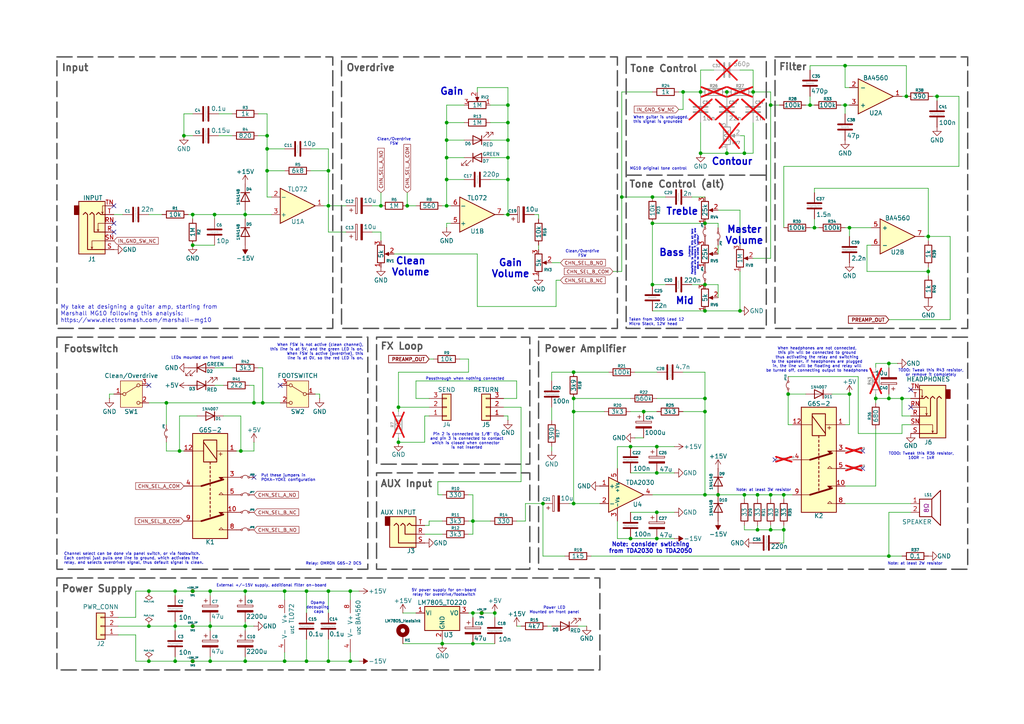
<source format=kicad_sch>
(kicad_sch (version 20250114) (generator "eeschema") (generator_version "9.0")
  (paper "A4")
  (title_block (title "Marshall MG10 Custom") (date "2025-08-19") (rev "v1.0") (company "Aleksa Heler"))
  (rectangle (start 16.51 16.51) (end 96.52 95.25) (stroke (width 0.4) (type dash) (color 80 80 80 1)))
  (rectangle (start 224.79 16.51) (end 280.67 95.25) (stroke (width 0.4) (type dash) (color 80 80 80 1)))
  (rectangle (start 16.51 167.64) (end 173.99 194.31) (stroke (width 0.4) (type dash) (color 80 80 80 1)))
  (rectangle (start 99.06 16.51) (end 179.07 95.25) (stroke (width 0.4) (type dash) (color 80 80 80 1)))
  (rectangle (start 16.51 97.79) (end 106.68 165.1) (stroke (width 0.4) (type dash) (color 80 80 80 1)))
  (rectangle (start 156.21 97.79) (end 280.67 165.1) (stroke (width 0.4) (type dash) (color 80 80 80 1)))
  (rectangle (start 109.22 97.79) (end 153.67 134.62) (stroke (width 0.4) (type dash) (color 80 80 80 1)))
  (rectangle (start 181.61 16.51) (end 222.25 95.25) (stroke (width 0.4) (type dash) (color 80 80 80 1)))
  (rectangle (start 109.22 137.16) (end 153.67 165.1) (stroke (width 0.4) (type dash) (color 80 80 80 1)))
  (text "Gain" (at 131.064 26.67 0) (effects (font (size 2 2) (thickness 0.4) (bold yes))))
  (text "External +/-15V supply, additional filter on-board" (at 78.74 169.926 0) (effects (font (size 0.8 0.8) (thickness 0.125))))
  (text "Treble" (at 197.866 61.468 0) (effects (font (size 2 2) (thickness 0.4) (bold yes))))
  (text "MG10 original tone control" (at 182.626 49.022 0) (effects (font (size 0.8 0.8) (thickness 0.125)) (justify left)))
  (text "When FSW is not active (clean channel),\nthis line is at 5V, and the green LED is on.\nWhen FSW is active (overdrive), this\nline is at 0V, so the red LED is on." (at 105.41 102.108 0) (effects (font (size 0.8 0.8) (thickness 0.125)) (justify right)))
  (text "5V power supply for on-board\nrelay for overdrive/footswitch" (at 128.778 171.958 0) (effects (font (size 0.8 0.8) (thickness 0.125))))
  (text "Mid" (at 198.628 87.376 0) (effects (font (size 2 2) (thickness 0.4) (bold yes))))
  (text "Channel select can be done via panel switch, or via footswitch.\nEach control just pulls one line to ground, which activates the\nrelay, and selects overdriven signal, thus default signal is clean." (at 18.542 162.052 0) (effects (font (size 0.8 0.8) (thickness 0.125)) (justify left)))
  (text "AUX Input" (at 110.236 140.462 0) (effects (font (size 2 2) (thickness 0.4) (bold yes)) (justify left)))
  (text "Tone Control (alt)" (at 182.372 53.594 0) (effects (font (size 2 2) (thickness 0.4) (bold yes)) (justify left)))
  (text "Power Amplifier" (at 157.734 101.346 0) (effects (font (size 2 2) (thickness 0.4) (bold yes)) (justify left)))
  (text "Jumpers:\nPossibility to remove this alt tone\ncontrol and replace it with the one\nabove, so called \"contour\"" (at 201.168 73.152 90) (effects (font (size 0.5 0.5) (thickness 0.125))))
  (text "Relay: OMRON G6S-2 DC5" (at 104.902 163.576 0) (effects (font (size 0.8 0.8) (thickness 0.125)) (justify right)))
  (text "TODO: Tweak this R36 resistor,\n100R - 1kR" (at 267.208 132.334 0) (effects (font (size 0.8 0.8) (thickness 0.125))))
  (text "Filter" (at 225.806 19.558 0) (effects (font (size 2 2) (thickness 0.4) (bold yes)) (justify left)))
  (text "Taken from 3005 Lead 12\nMicro Stack, 12W head" (at 182.372 93.472 0) (effects (font (size 0.8 0.8) (thickness 0.125)) (justify left)))
  (text "Power Supply" (at 17.78 170.942 0) (effects (font (size 2 2) (thickness 0.4) (bold yes)) (justify left)))
  (text "Gain\nVolume" (at 148.082 77.978 0) (effects (font (size 2 2) (thickness 0.4) (bold yes))))
  (text "Opamp \ndecoupling \ncaps" (at 92.456 176.276 0) (effects (font (size 0.8 0.8) (thickness 0.125))))
  (text "FX Loop" (at 110.236 100.584 0) (effects (font (size 2 2) (thickness 0.4) (bold yes)) (justify left)))
  (text "Clean/Overdrive\nFSW" (at 114.3 41.148 0) (effects (font (size 0.8 0.8) (thickness 0.125))))
  (text "Passthrough when nothing connected" (at 134.874 109.982 0) (effects (font (size 0.8 0.8) (thickness 0.125))))
  (text "Master\nVolume" (at 215.9 68.326 0) (effects (font (size 2 2) (thickness 0.4) (bold yes))))
  (text "Footswitch" (at 18.288 101.346 0) (effects (font (size 2 2) (thickness 0.4) (bold yes)) (justify left)))
  (text "Clean/Overdrive\nFSW" (at 168.91 73.66 0) (effects (font (size 0.8 0.8) (thickness 0.125))))
  (text "Bass" (at 194.818 73.406 0) (effects (font (size 2 2) (thickness 0.4) (bold yes))))
  (text "Put these jumpers in\nPOKA-YOKE configuration" (at 75.692 138.684 0) (effects (font (size 0.8 0.8) (thickness 0.125)) (justify left)))
  (text "Input" (at 17.78 19.812 0) (effects (font (size 2 2) (thickness 0.4) (bold yes)) (justify left)))
  (text "Note: consider swtiching\nfrom TDA2030 to TDA2050" (at 188.722 159.004 0) (effects (font (size 1.2 1.2) (thickness 0.24) (bold yes))))
  (text "Power LED\nMounted on front panel" (at 160.782 177.038 0) (effects (font (size 0.8 0.8) (thickness 0.125))))
  (text "Overdrive" (at 100.33 19.812 0) (effects (font (size 2 2) (thickness 0.4) (bold yes)) (justify left)))
  (text "Clean\nVolume" (at 119.126 77.47 0) (effects (font (size 2 2) (thickness 0.4) (bold yes))))
  (text "Pin 2 is connected to 1/8\" tip,\nand pin 3 is connected to contact\nwhich is closed when connector \nis not inserted" (at 135.382 128.016 0) (effects (font (size 0.8 0.8) (thickness 0.125))))
  (text "When headphones are not connected,\nthis pin will be connected to ground\nthus activating the relay and switching\nto the speaker. If headphones are plugged\nin, the line will be floating and relay will\nbe turned off, connecting output to headphones" (at 236.982 104.394 0) (effects (font (size 0.8 0.8) (thickness 0.125))))
  (text "Contour" (at 212.344 46.99 0) (effects (font (size 2 2) (thickness 0.4) (bold yes))))
  (text "TODO: Tweak this R43 resistor,\nor remove it completely" (at 270.002 108.204 0) (effects (font (size 0.8 0.8) (thickness 0.125))))
  (text "LEDs mounted on front panel" (at 58.674 103.886 0) (effects (font (size 0.8 0.8) (thickness 0.125))))
  (text "When guitar is unplugged, \nthis signal is grounded" (at 183.642 34.798 0) (effects (font (size 0.8 0.8) (thickness 0.125)) (justify left)))
  (text "Tone Control" (at 182.626 20.066 0) (effects (font (size 2 2) (thickness 0.4) (bold yes)) (justify left)))
  (text "Note: at least 3W resistor" (at 221.488 142.24 0) (effects (font (size 0.8 0.8) (thickness 0.125))))
  (text "Note: at least 2W resistor" (at 265.43 163.576 0) (effects (font (size 0.8 0.8) (thickness 0.125))))
  (text "My take at designing a guitar amp, starting from\nMarshall MG10 following this analysis:\nhttps://www.electrosmash.com/marshall-mg10" (at 17.526 93.726 0) (effects (font (size 1.2 1.2) (thickness 0.125)) (justify left bottom)))
  (junction (at 228.6 114.3))
  (junction (at 182.88 129.54))
  (junction (at 77.47 39.37))
  (junction (at 50.8 181.61))
  (junction (at 204.47 115.57))
  (junction (at 82.55 171.45))
  (junction (at 246.38 114.3))
  (junction (at 223.52 30.48))
  (junction (at 246.38 66.04))
  (junction (at 236.22 66.04))
  (junction (at 203.2 26.67))
  (junction (at 137.16 186.69))
  (junction (at 219.71 153.67))
  (junction (at 52.07 130.81))
  (junction (at 55.88 181.61))
  (junction (at 115.57 118.11))
  (junction (at 88.9 191.77))
  (junction (at 137.16 177.8))
  (junction (at 101.6 171.45))
  (junction (at 147.32 62.23))
  (junction (at 157.48 146.05))
  (junction (at 77.47 49.53))
  (junction (at 254 115.57))
  (junction (at 76.2 116.84))
  (junction (at 166.37 146.05))
  (junction (at 129.54 35.56))
  (junction (at 218.44 26.67))
  (junction (at 189.23 64.77))
  (junction (at 190.5 148.59))
  (junction (at 110.49 59.69))
  (junction (at 166.37 115.57))
  (junction (at 269.24 78.74))
  (junction (at 50.8 191.77))
  (junction (at 189.23 57.15))
  (junction (at 62.23 62.23))
  (junction (at 71.12 181.61))
  (junction (at 190.5 137.16))
  (junction (at 215.9 143.51))
  (junction (at 198.12 26.67))
  (junction (at 269.24 68.58))
  (junction (at 257.81 161.29))
  (junction (at 73.66 116.84))
  (junction (at 190.5 129.54))
  (junction (at 129.54 52.07))
  (junction (at 60.96 181.61))
  (junction (at 55.88 171.45))
  (junction (at 219.71 143.51))
  (junction (at 143.51 177.8))
  (junction (at 166.37 119.38))
  (junction (at 88.9 171.45))
  (junction (at 82.55 191.77))
  (junction (at 147.32 52.07))
  (junction (at 55.88 191.77))
  (junction (at 204.47 82.55))
  (junction (at 204.47 90.17))
  (junction (at 137.16 151.13))
  (junction (at 71.12 191.77))
  (junction (at 43.18 181.61))
  (junction (at 245.11 19.05))
  (junction (at 227.33 153.67))
  (junction (at 95.25 191.77))
  (junction (at 189.23 82.55))
  (junction (at 223.52 153.67))
  (junction (at 115.57 128.27))
  (junction (at 95.25 171.45))
  (junction (at 234.95 30.48))
  (junction (at 227.33 143.51))
  (junction (at 271.78 27.94))
  (junction (at 147.32 40.64))
  (junction (at 204.47 119.38))
  (junction (at 203.2 44.45))
  (junction (at 55.88 71.12))
  (junction (at 245.11 30.48))
  (junction (at 147.32 30.48))
  (junction (at 257.81 115.57))
  (junction (at 71.12 62.23))
  (junction (at 53.34 39.37))
  (junction (at 69.85 130.81))
  (junction (at 147.32 35.56))
  (junction (at 210.82 44.45))
  (junction (at 48.26 116.84))
  (junction (at 129.54 59.69))
  (junction (at 95.25 59.69))
  (junction (at 43.18 171.45))
  (junction (at 208.28 143.51))
  (junction (at 190.5 156.21))
  (junction (at 215.9 44.45))
  (junction (at 147.32 45.72))
  (junction (at 43.18 191.77))
  (junction (at 139.7 177.8))
  (junction (at 129.54 45.72))
  (junction (at 204.47 143.51))
  (junction (at 128.27 186.69))
  (junction (at 71.12 171.45))
  (junction (at 129.54 40.64))
  (junction (at 60.96 191.77))
  (junction (at 182.88 156.21))
  (junction (at 55.88 62.23))
  (junction (at 257.81 105.41))
  (junction (at 186.69 119.38))
  (junction (at 204.47 64.77))
  (junction (at 50.8 171.45))
  (junction (at 95.25 49.53))
  (junction (at 262.89 27.94))
  (junction (at 166.37 107.95))
  (junction (at 223.52 143.51))
  (junction (at 214.63 90.17))
  (junction (at 180.34 57.15))
  (junction (at 118.11 59.69))
  (junction (at 210.82 26.67))
  (junction (at 77.47 43.18))
  (junction (at 60.96 171.45))
  (junction (at 101.6 191.77))
  (junction (at 261.62 115.57))
  (no_connect (at 33.02 67.31))
  (no_connect (at 81.28 111.76))
  (no_connect (at 43.18 111.76))
  (no_connect (at 33.02 64.77))
  (no_connect (at 33.02 59.69))
  (no_connect (at 264.16 113.03))
  (no_connect (at 250.19 135.89))
  (no_connect (at 224.79 133.35))
  (no_connect (at 264.16 118.11))
  (no_connect (at 250.19 130.81))
  (no_connect (at 73.66 138.43))
  (wire (pts (xy 223.52 143.51) (xy 223.52 144.78)))
  (wire (pts (xy 60.96 171.45) (xy 71.12 171.45)))
  (wire (pts (xy 179.07 151.13) (xy 179.07 156.21)))
  (wire (pts (xy 139.7 177.8) (xy 137.16 177.8)))
  (wire (pts (xy 53.34 33.02) (xy 53.34 39.37)))
  (wire (pts (xy 214.63 20.32) (xy 218.44 20.32)))
  (wire (pts (xy 234.95 19.05) (xy 245.11 19.05)))
  (wire (pts (xy 142.24 52.07) (xy 147.32 52.07)))
  (wire (pts (xy 129.54 52.07) (xy 134.62 52.07)))
  (wire (pts (xy 248.92 125.73) (xy 261.62 125.73)))
  (wire (pts (xy 246.38 66.04) (xy 246.38 68.58)))
  (wire (pts (xy 95.25 185.42) (xy 95.25 191.77)))
  (wire (pts (xy 237.49 66.04) (xy 236.22 66.04)))
  (wire (pts (xy 245.11 30.48) (xy 245.11 33.02)))
  (wire (pts (xy 198.12 26.67) (xy 203.2 26.67)))
  (wire (pts (xy 204.47 143.51) (xy 208.28 143.51)))
  (wire (pts (xy 270.51 27.94) (xy 271.78 27.94)))
  (wire (pts (xy 60.96 181.61) (xy 55.88 181.61)))
  (wire (pts (xy 186.69 119.38) (xy 190.5 119.38)))
  (wire (pts (xy 156.21 62.23) (xy 156.21 63.5)))
  (wire (pts (xy 55.88 33.02) (xy 53.34 33.02)))
  (wire (pts (xy 198.12 107.95) (xy 204.47 107.95)))
  (wire (pts (xy 219.71 143.51) (xy 223.52 143.51)))
  (wire (pts (xy 107.95 59.69) (xy 110.49 59.69)))
  (wire (pts (xy 200.66 57.15) (xy 204.47 57.15)))
  (wire (pts (xy 257.81 105.41) (xy 260.35 105.41)))
  (wire (pts (xy 257.81 115.57) (xy 261.62 115.57)))
  (wire (pts (xy 62.23 63.5) (xy 62.23 62.23)))
  (wire (pts (xy 43.18 191.77) (xy 50.8 191.77)))
  (wire (pts (xy 160.02 130.81) (xy 160.02 129.54)))
  (wire (pts (xy 264.16 115.57) (xy 261.62 115.57)))
  (wire (pts (xy 73.66 116.84) (xy 76.2 116.84)))
  (wire (pts (xy 116.84 186.69) (xy 128.27 186.69)))
  (wire (pts (xy 149.86 110.49) (xy 149.86 115.57)))
  (wire (pts (xy 114.3 73.66) (xy 138.43 73.66)))
  (wire (pts (xy 210.82 43.18) (xy 210.82 44.45)))
  (wire (pts (xy 50.8 171.45) (xy 50.8 172.72)))
  (wire (pts (xy 143.51 177.8) (xy 139.7 177.8)))
  (wire (pts (xy 31.75 114.3) (xy 33.02 114.3)))
  (wire (pts (xy 215.9 152.4) (xy 215.9 153.67)))
  (wire (pts (xy 52.07 120.65) (xy 52.07 130.81)))
  (wire (pts (xy 104.14 191.77) (xy 101.6 191.77)))
  (wire (pts (xy 95.25 191.77) (xy 101.6 191.77)))
  (wire (pts (xy 179.07 156.21) (xy 182.88 156.21)))
  (wire (pts (xy 88.9 171.45) (xy 88.9 177.8)))
  (wire (pts (xy 147.32 40.64) (xy 147.32 45.72)))
  (polyline (pts (xy 181.61 50.8) (xy 222.25 50.8)) (stroke (width 0.4) (type dash) (color 80 80 80 1)))
  (wire (pts (xy 190.5 137.16) (xy 195.58 137.16)))
  (wire (pts (xy 208.28 82.55) (xy 204.47 82.55)))
  (wire (pts (xy 74.93 33.02) (xy 77.47 33.02)))
  (wire (pts (xy 73.66 111.76) (xy 73.66 116.84)))
  (wire (pts (xy 251.46 71.12) (xy 252.73 71.12)))
  (wire (pts (xy 227.33 48.26) (xy 227.33 66.04)))
  (wire (pts (xy 152.4 151.13) (xy 149.86 151.13)))
  (wire (pts (xy 271.78 27.94) (xy 271.78 29.21)))
  (wire (pts (xy 236.22 55.88) (xy 236.22 54.61)))
  (wire (pts (xy 129.54 30.48) (xy 129.54 35.56)))
  (wire (pts (xy 190.5 156.21) (xy 195.58 156.21)))
  (wire (pts (xy 129.54 45.72) (xy 129.54 52.07)))
  (wire (pts (xy 95.25 59.69) (xy 95.25 67.31)))
  (wire (pts (xy 223.52 152.4) (xy 223.52 153.67)))
  (wire (pts (xy 227.33 48.26) (xy 278.13 48.26)))
  (wire (pts (xy 203.2 44.45) (xy 210.82 44.45)))
  (wire (pts (xy 223.52 153.67) (xy 227.33 153.67)))
  (wire (pts (xy 73.66 128.27) (xy 73.66 130.81)))
  (wire (pts (xy 39.37 184.15) (xy 39.37 191.77)))
  (wire (pts (xy 92.71 114.3) (xy 92.71 115.57)))
  (wire (pts (xy 254 105.41) (xy 254 106.68)))
  (wire (pts (xy 184.15 107.95) (xy 190.5 107.95)))
  (wire (pts (xy 198.12 119.38) (xy 204.47 119.38)))
  (wire (pts (xy 101.6 191.77) (xy 101.6 189.23)))
  (wire (pts (xy 200.66 82.55) (xy 204.47 82.55)))
  (wire (pts (xy 128.27 59.69) (xy 129.54 59.69)))
  (wire (pts (xy 138.43 26.67) (xy 138.43 25.4)))
  (wire (pts (xy 234.95 66.04) (xy 236.22 66.04)))
  (wire (pts (xy 137.16 143.51) (xy 135.89 143.51)))
  (wire (pts (xy 71.12 191.77) (xy 82.55 191.77)))
  (wire (pts (xy 57.15 120.65) (xy 52.07 120.65)))
  (wire (pts (xy 53.34 130.81) (xy 52.07 130.81)))
  (wire (pts (xy 227.33 143.51) (xy 229.87 143.51)))
  (wire (pts (xy 60.96 181.61) (xy 60.96 182.88)))
  (wire (pts (xy 124.46 152.4) (xy 124.46 151.13)))
  (wire (pts (xy 218.44 26.67) (xy 223.52 26.67)))
  (wire (pts (xy 214.63 78.74) (xy 214.63 90.17)))
  (wire (pts (xy 62.23 111.76) (xy 64.77 111.76)))
  (wire (pts (xy 55.88 191.77) (xy 60.96 191.77)))
  (wire (pts (xy 219.71 152.4) (xy 219.71 153.67)))
  (wire (pts (xy 39.37 171.45) (xy 43.18 171.45)))
  (wire (pts (xy 160.02 107.95) (xy 166.37 107.95)))
  (wire (pts (xy 137.16 151.13) (xy 137.16 154.94)))
  (wire (pts (xy 135.89 107.95) (xy 135.89 104.14)))
  (wire (pts (xy 62.23 62.23) (xy 71.12 62.23)))
  (wire (pts (xy 118.11 59.69) (xy 120.65 59.69)))
  (wire (pts (xy 77.47 39.37) (xy 77.47 43.18)))
  (wire (pts (xy 134.62 30.48) (xy 129.54 30.48)))
  (wire (pts (xy 62.23 62.23) (xy 55.88 62.23)))
  (wire (pts (xy 233.68 30.48) (xy 234.95 30.48)))
  (wire (pts (xy 35.56 62.23) (xy 33.02 62.23)))
  (wire (pts (xy 76.2 106.68) (xy 74.93 106.68)))
  (wire (pts (xy 180.34 57.15) (xy 180.34 78.74)))
  (wire (pts (xy 228.6 123.19) (xy 229.87 123.19)))
  (wire (pts (xy 142.24 45.72) (xy 147.32 45.72)))
  (wire (pts (xy 245.11 19.05) (xy 262.89 19.05)))
  (wire (pts (xy 63.5 39.37) (xy 67.31 39.37)))
  (wire (pts (xy 228.6 114.3) (xy 228.6 123.19)))
  (wire (pts (xy 34.29 179.07) (xy 39.37 179.07)))
  (wire (pts (xy 275.59 68.58) (xy 275.59 92.71)))
  (wire (pts (xy 95.25 59.69) (xy 93.98 59.69)))
  (wire (pts (xy 137.16 179.07) (xy 137.16 177.8)))
  (wire (pts (xy 90.17 43.18) (xy 95.25 43.18)))
  (wire (pts (xy 129.54 66.04) (xy 129.54 64.77)))
  (wire (pts (xy 142.24 30.48) (xy 147.32 30.48)))
  (wire (pts (xy 125.73 104.14) (xy 124.46 104.14)))
  (wire (pts (xy 204.47 90.17) (xy 189.23 90.17)))
  (wire (pts (xy 161.29 88.9) (xy 138.43 88.9)))
  (wire (pts (xy 166.37 119.38) (xy 166.37 146.05)))
  (wire (pts (xy 269.24 69.85) (xy 269.24 68.58)))
  (wire (pts (xy 71.12 62.23) (xy 78.74 62.23)))
  (wire (pts (xy 129.54 40.64) (xy 129.54 45.72)))
  (wire (pts (xy 135.89 154.94) (xy 137.16 154.94)))
  (wire (pts (xy 208.28 66.04) (xy 208.28 64.77)))
  (wire (pts (xy 128.27 186.69) (xy 137.16 186.69)))
  (wire (pts (xy 219.71 153.67) (xy 223.52 153.67)))
  (wire (pts (xy 95.25 59.69) (xy 100.33 59.69)))
  (wire (pts (xy 115.57 118.11) (xy 124.46 118.11)))
  (wire (pts (xy 182.88 129.54) (xy 190.5 129.54)))
  (wire (pts (xy 95.25 171.45) (xy 95.25 177.8)))
  (wire (pts (xy 218.44 44.45) (xy 215.9 44.45)))
  (wire (pts (xy 67.31 106.68) (xy 62.23 106.68)))
  (wire (pts (xy 166.37 115.57) (xy 182.88 115.57)))
  (wire (pts (xy 39.37 179.07) (xy 39.37 171.45)))
  (wire (pts (xy 215.9 153.67) (xy 219.71 153.67)))
  (wire (pts (xy 262.89 19.05) (xy 262.89 27.94)))
  (wire (pts (xy 123.19 154.94) (xy 128.27 154.94)))
  (wire (pts (xy 182.88 119.38) (xy 186.69 119.38)))
  (wire (pts (xy 71.12 60.96) (xy 71.12 62.23)))
  (wire (pts (xy 157.48 161.29) (xy 163.83 161.29)))
  (wire (pts (xy 129.54 59.69) (xy 130.81 59.69)))
  (wire (pts (xy 179.07 129.54) (xy 182.88 129.54)))
  (wire (pts (xy 257.81 148.59) (xy 257.81 161.29)))
  (wire (pts (xy 196.85 31.75) (xy 198.12 31.75)))
  (wire (pts (xy 95.25 171.45) (xy 101.6 171.45)))
  (wire (pts (xy 257.81 148.59) (xy 264.16 148.59)))
  (wire (pts (xy 182.88 156.21) (xy 190.5 156.21)))
  (wire (pts (xy 55.88 181.61) (xy 50.8 181.61)))
  (wire (pts (xy 214.63 60.96) (xy 214.63 71.12)))
  (wire (pts (xy 55.88 171.45) (xy 60.96 171.45)))
  (wire (pts (xy 257.81 105.41) (xy 257.81 106.68)))
  (wire (pts (xy 257.81 114.3) (xy 257.81 115.57)))
  (wire (pts (xy 208.28 64.77) (xy 204.47 64.77)))
  (wire (pts (xy 189.23 143.51) (xy 204.47 143.51)))
  (wire (pts (xy 48.26 116.84) (xy 43.18 116.84)))
  (wire (pts (xy 129.54 35.56) (xy 129.54 40.64)))
  (wire (pts (xy 254 114.3) (xy 254 115.57)))
  (wire (pts (xy 189.23 82.55) (xy 193.04 82.55)))
  (wire (pts (xy 43.18 171.45) (xy 50.8 171.45)))
  (wire (pts (xy 189.23 64.77) (xy 204.47 64.77)))
  (wire (pts (xy 158.75 181.61) (xy 160.02 181.61)))
  (wire (pts (xy 223.52 143.51) (xy 227.33 143.51)))
  (wire (pts (xy 60.96 172.72) (xy 60.96 171.45)))
  (wire (pts (xy 162.56 81.28) (xy 161.29 81.28)))
  (wire (pts (xy 248.92 109.22) (xy 248.92 125.73)))
  (wire (pts (xy 204.47 119.38) (xy 204.47 143.51)))
  (wire (pts (xy 147.32 52.07) (xy 147.32 62.23)))
  (wire (pts (xy 182.88 148.59) (xy 190.5 148.59)))
  (wire (pts (xy 129.54 52.07) (xy 129.54 59.69)))
  (wire (pts (xy 128.27 186.69) (xy 128.27 185.42)))
  (wire (pts (xy 215.9 143.51) (xy 219.71 143.51)))
  (wire (pts (xy 269.24 54.61) (xy 269.24 68.58)))
  (wire (pts (xy 189.23 64.77) (xy 189.23 82.55)))
  (wire (pts (xy 46.99 62.23) (xy 43.18 62.23)))
  (wire (pts (xy 129.54 40.64) (xy 134.62 40.64)))
  (wire (pts (xy 208.28 143.51) (xy 215.9 143.51)))
  (wire (pts (xy 110.49 55.88) (xy 110.49 59.69)))
  (wire (pts (xy 149.86 181.61) (xy 151.13 181.61)))
  (wire (pts (xy 245.11 19.05) (xy 245.11 25.4)))
  (wire (pts (xy 166.37 107.95) (xy 176.53 107.95)))
  (wire (pts (xy 34.29 181.61) (xy 43.18 181.61)))
  (wire (pts (xy 137.16 177.8) (xy 135.89 177.8)))
  (wire (pts (xy 180.34 26.67) (xy 180.34 57.15)))
  (wire (pts (xy 82.55 191.77) (xy 82.55 189.23)))
  (wire (pts (xy 60.96 191.77) (xy 71.12 191.77)))
  (wire (pts (xy 60.96 181.61) (xy 71.12 181.61)))
  (wire (pts (xy 115.57 107.95) (xy 135.89 107.95)))
  (wire (pts (xy 147.32 120.65) (xy 146.05 120.65)))
  (wire (pts (xy 254 124.46) (xy 254 140.97)))
  (wire (pts (xy 156.21 71.12) (xy 156.21 72.39)))
  (wire (pts (xy 55.88 62.23) (xy 55.88 63.5)))
  (wire (pts (xy 215.9 39.37) (xy 215.9 44.45)))
  (wire (pts (xy 246.38 25.4) (xy 245.11 25.4)))
  (wire (pts (xy 257.81 161.29) (xy 261.62 161.29)))
  (wire (pts (xy 120.65 115.57) (xy 120.65 110.49)))
  (wire (pts (xy 179.07 135.89) (xy 179.07 129.54)))
  (wire (pts (xy 180.34 57.15) (xy 189.23 57.15)))
  (wire (pts (xy 146.05 118.11) (xy 151.13 118.11)))
  (wire (pts (xy 223.52 74.93) (xy 223.52 30.48)))
  (wire (pts (xy 271.78 27.94) (xy 278.13 27.94)))
  (wire (pts (xy 243.84 30.48) (xy 245.11 30.48)))
  (wire (pts (xy 219.71 143.51) (xy 219.71 144.78)))
  (wire (pts (xy 166.37 146.05) (xy 173.99 146.05)))
  (wire (pts (xy 180.34 26.67) (xy 189.23 26.67)))
  (wire (pts (xy 147.32 25.4) (xy 147.32 30.48)))
  (wire (pts (xy 246.38 123.19) (xy 245.11 123.19)))
  (wire (pts (xy 135.89 104.14) (xy 133.35 104.14)))
  (wire (pts (xy 241.3 114.3) (xy 246.38 114.3)))
  (wire (pts (xy 82.55 171.45) (xy 82.55 173.99)))
  (wire (pts (xy 69.85 130.81) (xy 68.58 130.81)))
  (wire (pts (xy 104.14 171.45) (xy 101.6 171.45)))
  (wire (pts (xy 142.24 35.56) (xy 147.32 35.56)))
  (wire (pts (xy 48.26 116.84) (xy 73.66 116.84)))
  (wire (pts (xy 218.44 35.56) (xy 218.44 44.45)))
  (wire (pts (xy 236.22 66.04) (xy 236.22 63.5)))
  (wire (pts (xy 138.43 73.66) (xy 138.43 88.9)))
  (wire (pts (xy 124.46 151.13) (xy 128.27 151.13)))
  (wire (pts (xy 203.2 35.56) (xy 203.2 44.45)))
  (wire (pts (xy 110.49 67.31) (xy 110.49 69.85)))
  (wire (pts (xy 269.24 77.47) (xy 269.24 78.74)))
  (wire (pts (xy 160.02 110.49) (xy 160.02 107.95)))
  (wire (pts (xy 227.33 152.4) (xy 227.33 153.67)))
  (wire (pts (xy 151.13 139.7) (xy 127 139.7)))
  (wire (pts (xy 167.64 181.61) (xy 170.18 181.61)))
  (wire (pts (xy 177.8 78.74) (xy 180.34 78.74)))
  (wire (pts (xy 214.63 90.17) (xy 204.47 90.17)))
  (wire (pts (xy 39.37 191.77) (xy 43.18 191.77)))
  (wire (pts (xy 135.89 151.13) (xy 137.16 151.13)))
  (wire (pts (xy 204.47 115.57) (xy 204.47 119.38)))
  (wire (pts (xy 227.33 153.67) (xy 227.33 157.48)))
  (wire (pts (xy 278.13 27.94) (xy 278.13 48.26)))
  (wire (pts (xy 254 140.97) (xy 245.11 140.97)))
  (wire (pts (xy 69.85 120.65) (xy 69.85 130.81)))
  (wire (pts (xy 208.28 71.12) (xy 208.28 73.66)))
  (wire (pts (xy 204.47 107.95) (xy 204.47 115.57)))
  (wire (pts (xy 233.68 114.3) (xy 228.6 114.3)))
  (wire (pts (xy 147.32 62.23) (xy 146.05 62.23)))
  (wire (pts (xy 82.55 191.77) (xy 88.9 191.77)))
  (wire (pts (xy 227.33 143.51) (xy 227.33 144.78)))
  (wire (pts (xy 120.65 115.57) (xy 124.46 115.57)))
  (wire (pts (xy 34.29 184.15) (xy 39.37 184.15)))
  (wire (pts (xy 208.28 86.36) (xy 208.28 82.55)))
  (wire (pts (xy 71.12 171.45) (xy 71.12 172.72)))
  (wire (pts (xy 31.75 115.57) (xy 31.75 114.3)))
  (wire (pts (xy 54.61 62.23) (xy 55.88 62.23)))
  (wire (pts (xy 147.32 35.56) (xy 147.32 40.64)))
  (wire (pts (xy 214.63 39.37) (xy 215.9 39.37)))
  (wire (pts (xy 118.11 55.88) (xy 118.11 59.69)))
  (wire (pts (xy 64.77 120.65) (xy 69.85 120.65)))
  (wire (pts (xy 261.62 120.65) (xy 264.16 120.65)))
  (wire (pts (xy 78.74 57.15) (xy 77.47 57.15)))
  (wire (pts (xy 203.2 20.32) (xy 203.2 26.67)))
  (wire (pts (xy 92.71 114.3) (xy 91.44 114.3)))
  (wire (pts (xy 107.95 67.31) (xy 110.49 67.31)))
  (wire (pts (xy 254 116.84) (xy 254 115.57)))
  (wire (pts (xy 236.22 54.61) (xy 269.24 54.61)))
  (wire (pts (xy 95.25 43.18) (xy 95.25 49.53)))
  (wire (pts (xy 262.89 27.94) (xy 261.62 27.94)))
  (wire (pts (xy 95.25 49.53) (xy 95.25 59.69)))
  (wire (pts (xy 245.11 30.48) (xy 246.38 30.48)))
  (wire (pts (xy 48.26 128.27) (xy 48.26 130.81)))
  (wire (pts (xy 190.5 148.59) (xy 195.58 148.59)))
  (wire (pts (xy 269.24 78.74) (xy 251.46 78.74)))
  (wire (pts (xy 74.93 39.37) (xy 77.47 39.37)))
  (wire (pts (xy 88.9 171.45) (xy 95.25 171.45)))
  (wire (pts (xy 53.34 39.37) (xy 55.88 39.37)))
  (wire (pts (xy 77.47 49.53) (xy 77.47 57.15)))
  (wire (pts (xy 234.95 20.32) (xy 234.95 19.05)))
  (wire (pts (xy 254 115.57) (xy 257.81 115.57)))
  (wire (pts (xy 257.81 92.71) (xy 275.59 92.71)))
  (wire (pts (xy 157.48 146.05) (xy 157.48 161.29)))
  (wire (pts (xy 147.32 121.92) (xy 147.32 120.65)))
  (wire (pts (xy 76.2 116.84) (xy 81.28 116.84)))
  (wire (pts (xy 143.51 179.07) (xy 143.51 177.8)))
  (wire (pts (xy 160.02 76.2) (xy 162.56 76.2)))
  (wire (pts (xy 60.96 190.5) (xy 60.96 191.77)))
  (wire (pts (xy 234.95 30.48) (xy 234.95 27.94)))
  (wire (pts (xy 100.33 67.31) (xy 95.25 67.31)))
  (wire (pts (xy 245.11 146.05) (xy 264.16 146.05)))
  (wire (pts (xy 218.44 74.93) (xy 223.52 74.93)))
  (wire (pts (xy 161.29 81.28) (xy 161.29 88.9)))
  (wire (pts (xy 101.6 171.45) (xy 101.6 173.99)))
  (wire (pts (xy 147.32 45.72) (xy 147.32 52.07)))
  (wire (pts (xy 127 143.51) (xy 128.27 143.51)))
  (wire (pts (xy 71.12 181.61) (xy 71.12 180.34)))
  (wire (pts (xy 246.38 66.04) (xy 252.73 66.04)))
  (wire (pts (xy 251.46 78.74) (xy 251.46 71.12)))
  (wire (pts (xy 152.4 151.13) (xy 152.4 146.05)))
  (wire (pts (xy 55.88 191.77) (xy 50.8 191.77)))
  (wire (pts (xy 71.12 181.61) (xy 71.12 182.88)))
  (wire (pts (xy 246.38 114.3) (xy 246.38 123.19)))
  (wire (pts (xy 137.16 151.13) (xy 142.24 151.13)))
  (wire (pts (xy 261.62 120.65) (xy 261.62 115.57)))
  (wire (pts (xy 245.11 66.04) (xy 246.38 66.04)))
  (wire (pts (xy 223.52 26.67) (xy 223.52 30.48)))
  (wire (pts (xy 198.12 26.67) (xy 198.12 31.75)))
  (wire (pts (xy 248.92 109.22) (xy 228.6 109.22)))
  (wire (pts (xy 236.22 30.48) (xy 234.95 30.48)))
  (wire (pts (xy 115.57 107.95) (xy 115.57 118.11)))
  (wire (pts (xy 190.5 129.54) (xy 195.58 129.54)))
  (wire (pts (xy 88.9 185.42) (xy 88.9 191.77)))
  (wire (pts (xy 189.23 57.15) (xy 193.04 57.15)))
  (wire (pts (xy 50.8 190.5) (xy 50.8 191.77)))
  (wire (pts (xy 207.01 20.32) (xy 203.2 20.32)))
  (wire (pts (xy 146.05 115.57) (xy 149.86 115.57)))
  (wire (pts (xy 50.8 181.61) (xy 43.18 181.61)))
  (wire (pts (xy 129.54 35.56) (xy 134.62 35.56)))
  (wire (pts (xy 77.47 33.02) (xy 77.47 39.37)))
  (wire (pts (xy 166.37 115.57) (xy 166.37 119.38)))
  (wire (pts (xy 90.17 49.53) (xy 95.25 49.53)))
  (wire (pts (xy 210.82 26.67) (xy 210.82 27.94)))
  (wire (pts (xy 227.33 157.48) (xy 226.06 157.48)))
  (wire (pts (xy 115.57 127) (xy 115.57 128.27)))
  (wire (pts (xy 120.65 110.49) (xy 149.86 110.49)))
  (wire (pts (xy 147.32 30.48) (xy 147.32 35.56)))
  (wire (pts (xy 63.5 33.02) (xy 67.31 33.02)))
  (wire (pts (xy 77.47 49.53) (xy 82.55 49.53)))
  (wire (pts (xy 129.54 64.77) (xy 130.81 64.77)))
  (wire (pts (xy 215.9 143.51) (xy 215.9 144.78)))
  (wire (pts (xy 71.12 190.5) (xy 71.12 191.77)))
  (wire (pts (xy 198.12 26.67) (xy 196.85 26.67)))
  (wire (pts (xy 82.55 171.45) (xy 88.9 171.45)))
  (wire (pts (xy 115.57 128.27) (xy 123.19 128.27)))
  (wire (pts (xy 190.5 115.57) (xy 204.47 115.57)))
  (wire (pts (xy 218.44 26.67) (xy 218.44 27.94)))
  (wire (pts (xy 171.45 161.29) (xy 257.81 161.29)))
  (wire (pts (xy 115.57 118.11) (xy 115.57 119.38)))
  (wire (pts (xy 254 105.41) (xy 257.81 105.41)))
  (wire (pts (xy 154.94 62.23) (xy 156.21 62.23)))
  (wire (pts (xy 88.9 191.77) (xy 95.25 191.77)))
  (wire (pts (xy 137.16 143.51) (xy 137.16 151.13)))
  (wire (pts (xy 71.12 62.23) (xy 71.12 63.5)))
  (wire (pts (xy 72.39 111.76) (xy 73.66 111.76)))
  (wire (pts (xy 166.37 119.38) (xy 175.26 119.38)))
  (wire (pts (xy 261.62 123.19) (xy 264.16 123.19)))
  (wire (pts (xy 151.13 118.11) (xy 151.13 139.7)))
  (wire (pts (xy 142.24 40.64) (xy 147.32 40.64)))
  (wire (pts (xy 152.4 146.05) (xy 157.48 146.05)))
  (wire (pts (xy 127 139.7) (xy 127 143.51)))
  (wire (pts (xy 116.84 177.8) (xy 120.65 177.8)))
  (wire (pts (xy 165.1 146.05) (xy 166.37 146.05)))
  (wire (pts (xy 123.19 128.27) (xy 123.19 120.65)))
  (wire (pts (xy 184.15 127) (xy 186.69 127)))
  (wire (pts (xy 261.62 123.19) (xy 261.62 125.73)))
  (wire (pts (xy 123.19 120.65) (xy 124.46 120.65)))
  (wire (pts (xy 215.9 44.45) (xy 210.82 44.45)))
  (wire (pts (xy 50.8 171.45) (xy 55.88 171.45)))
  (wire (pts (xy 82.55 43.18) (xy 77.47 43.18)))
  (wire (pts (xy 269.24 68.58) (xy 267.97 68.58)))
  (wire (pts (xy 223.52 30.48) (xy 226.06 30.48)))
  (wire (pts (xy 73.66 181.61) (xy 71.12 181.61)))
  (wire (pts (xy 138.43 25.4) (xy 147.32 25.4)))
  (wire (pts (xy 77.47 43.18) (xy 77.47 49.53)))
  (wire (pts (xy 214.63 60.96) (xy 208.28 60.96)))
  (wire (pts (xy 137.16 186.69) (xy 143.51 186.69)))
  (wire (pts (xy 52.07 130.81) (xy 48.26 130.81)))
  (wire (pts (xy 123.19 152.4) (xy 124.46 152.4)))
  (wire (pts (xy 203.2 26.67) (xy 203.2 27.94)))
  (wire (pts (xy 218.44 20.32) (xy 218.44 26.67)))
  (wire (pts (xy 48.26 116.84) (xy 48.26 123.19)))
  (wire (pts (xy 71.12 171.45) (xy 82.55 171.45)))
  (wire (pts (xy 50.8 180.34) (xy 50.8 181.61)))
  (wire (pts (xy 76.2 106.68) (xy 76.2 116.84)))
  (wire (pts (xy 55.88 71.12) (xy 62.23 71.12)))
  (wire (pts (xy 269.24 68.58) (xy 275.59 68.58)))
  (wire (pts (xy 269.24 78.74) (xy 269.24 80.01)))
  (wire (pts (xy 160.02 118.11) (xy 160.02 121.92)))
  (wire (pts (xy 50.8 181.61) (xy 50.8 182.88)))
  (wire (pts (xy 73.66 130.81) (xy 69.85 130.81)))
  (wire (pts (xy 60.96 180.34) (xy 60.96 181.61)))
  (wire (pts (xy 182.88 137.16) (xy 190.5 137.16)))
  (wire (pts (xy 129.54 45.72) (xy 134.62 45.72)))
  (global_label "CHN_SEL_B_NO" (shape input) (at 162.56 76.2 0) (effects (font (size 1 1) (thickness 0.125))) (property "Intersheetrefs" "${INTERSHEET_REFS}" (effects (hide yes))))
  (global_label "IN_GND_SW_NC" (shape input) (at 196.85 31.75 180) (effects (font (size 1 1) (thickness 0.125))) (property "Intersheetrefs" "${INTERSHEET_REFS}" (effects (hide yes))))
  (global_label "CHN_SEL_A_NO" (shape input) (at 110.49 55.88 90) (effects (font (size 1 1) (thickness 0.125))) (property "Intersheetrefs" "${INTERSHEET_REFS}" (effects (hide yes))))
  (global_label "CHN_SEL_B_COM" (shape input) (at 53.34 151.13 180) (effects (font (size 1 1) (thickness 0.125))) (property "Intersheetrefs" "${INTERSHEET_REFS}" (effects (hide yes))))
  (global_label "CHN_SEL_B_NO" (shape input) (at 73.66 153.67 0) (effects (font (size 1 1) (thickness 0.125))) (property "Intersheetrefs" "${INTERSHEET_REFS}" (effects (hide yes))))
  (global_label "CHN_SEL_A_COM" (shape input) (at 118.11 55.88 90) (effects (font (size 1 1) (thickness 0.125))) (property "Intersheetrefs" "${INTERSHEET_REFS}" (effects (hide yes))))
  (global_label "PREAMP_OUT" (shape input) (at 257.81 92.71 180) (effects (font (size 1 1) (thickness 0.2) (bold yes))) (property "Intersheetrefs" "${INTERSHEET_REFS}" (effects (hide yes))))
  (global_label "CHN_SEL_B_NC" (shape input) (at 162.56 81.28 0) (effects (font (size 1 1) (thickness 0.125))) (property "Intersheetrefs" "${INTERSHEET_REFS}" (effects (hide yes))))
  (global_label "PREAMP_OUT" (shape input) (at 124.46 104.14 180) (effects (font (size 1 1) (thickness 0.2) (bold yes))) (property "Intersheetrefs" "${INTERSHEET_REFS}" (effects (hide yes))))
  (global_label "CHN_SEL_B_NC" (shape input) (at 73.66 148.59 0) (effects (font (size 1 1) (thickness 0.125))) (property "Intersheetrefs" "${INTERSHEET_REFS}" (effects (hide yes))))
  (global_label "CHN_SEL_B_COM" (shape input) (at 177.8 78.74 180) (effects (font (size 1 1) (thickness 0.125))) (property "Intersheetrefs" "${INTERSHEET_REFS}" (effects (hide yes))))
  (global_label "CHN_SEL_A_COM" (shape input) (at 53.34 140.97 180) (effects (font (size 1 1) (thickness 0.125))) (property "Intersheetrefs" "${INTERSHEET_REFS}" (effects (hide yes))))
  (global_label "CHN_SEL_A_NO" (shape input) (at 73.66 143.51 0) (effects (font (size 1 1) (thickness 0.125))) (property "Intersheetrefs" "${INTERSHEET_REFS}" (effects (hide yes))))
  (global_label "IN_GND_SW_NC" (shape input) (at 33.02 69.85 0) (effects (font (size 1 1) (thickness 0.125))) (property "Intersheetrefs" "${INTERSHEET_REFS}" (effects (hide yes))))
  (symbol (lib_id "power:+15V") (at 195.58 129.54 270) (unit 1)
    (property "Reference" "#PWR028" (effects (hide yes)))
    (property "Value" "+15V" (at 200.914 129.54 90))
    (property "Description" "Power symbol creates a global label with name \"+15V\"" (effects (hide yes)))
  )
  (symbol (lib_id "power:+5V") (at 54.61 111.76 90) (unit 1)
    (property "Reference" "#PWR06" (effects (hide yes)))
    (property "Value" "+5V" (at 49.784 111.76 90))
    (property "Description" "Power symbol creates a global label with name \"+5V\"" (effects (hide yes)))
  )
  (symbol (lib_id "power:GND") (at 123.19 157.48 90) (unit 1)
    (property "Reference" "#PWR017" (effects (hide yes)))
    (property "Value" "GND" (at 127.762 157.48 90))
    (property "Description" "Power symbol creates a global label with name \"GND\" , ground" (effects (hide yes)))
  )
  (symbol (lib_id "power:GND") (at 246.38 76.2 0) (unit 1)
    (property "Reference" "#PWR038" (effects (hide yes)))
    (property "Value" "GND" (at 246.38 80.01 0))
    (property "Description" "Power symbol creates a global label with name \"GND\" , ground" (effects (hide yes)))
  )
  (symbol (lib_id "Relay:G6S-2") (at 60.96 140.97 270) (unit 1)
    (property "Reference" "K1" (at 60.96 157.226 90))
    (property "Value" "G6S-2" (at 60.96 124.714 90))
    (property "Footprint" "Relay_THT:Relay_DPDT_Omron_G6S-2" (effects (hide yes)))
    (property "Datasheet" "http://omronfs.omron.com/en_US/ecb/products/pdf/en-g6s.pdf" (effects (hide yes)))
    (property "Description" "Compact, Industry-Standard 2-pole relay, designed to switch 2A Signal Loads, Single-side Stable" (effects (hide yes)))
  )
  (symbol (lib_id "Device:R") (at 114.3 59.69 90) (unit 1)
    (property "Reference" "R6" (at 114.3 57.912 90) (effects (font (size 0.8 0.8))))
    (property "Value" "1M" (at 114.3 59.69 90))
    (property "Footprint" "Resistor_THT:R_Axial_DIN0207_L6.3mm_D2.5mm_P7.62mm_Horizontal" (effects (hide yes)))
    (property "Description" "Resistor" (effects (hide yes)))
  )
  (symbol (lib_id "Device:R_Potentiometer") (at 210.82 39.37 0) (mirror x) (unit 1) (dnp yes)
    (property "Reference" "RV7" (at 212.344 41.402 0) (effects (font (size 0.8 0.8)) (justify left)))
    (property "Value" "50k" (at 210.82 39.37 90))
    (property "Footprint" "Potentiometer_THT:Potentiometer_Alps_RK163_Single_Horizontal" (effects (hide yes)))
    (property "Description" "Contour" (effects (hide yes)))
  )
  (symbol (lib_id "Device:R") (at 227.33 148.59 0) (unit 1)
    (property "Reference" "R35" (at 229.108 148.59 90) (effects (font (size 0.8 0.8))))
    (property "Value" "33" (at 227.33 148.59 90))
    (property "Footprint" "Resistor_THT:R_Axial_DIN0414_L11.9mm_D4.5mm_P15.24mm_Horizontal" (effects (hide yes)))
    (property "Description" "Resistor" (effects (hide yes)))
  )
  (symbol (lib_id "Device:LED") (at 138.43 45.72 0) (unit 1)
    (property "Reference" "D7" (at 139.954 46.736 0) (effects (font (size 0.87 0.87)) (justify left)))
    (property "Value" "GREEN" (at 139.954 44.704 0) (effects (font (size 1 1)) (justify left)))
    (property "Footprint" "LED_THT:LED_D5.0mm" (effects (hide yes)))
    (property "Description" "Light emitting diode" (effects (hide yes)))
    (property "Sim.Pins" "1=K 2=A" (effects (hide yes)))
  )
  (symbol (lib_id "Device:C") (at 271.78 33.02 0) (unit 1)
    (property "Reference" "C41" (at 272.288 30.988 0) (effects (font (size 0.8 0.8)) (justify left)))
    (property "Value" "100n" (at 272.288 35.56 0) (effects (justify left)))
    (property "Footprint" "Capacitor_THT:C_Rect_L11.5mm_W5.1mm_P10.00mm_MKT" (effects (hide yes)))
    (property "Description" "Unpolarized capacitor" (effects (hide yes)))
    (property "Type" "Polypropylene" (at 271.78 33.02 0) (effects (font (size 0.4 0.4))))
  )
  (symbol (lib_id "Device:R") (at 269.24 73.66 0) (unit 1)
    (property "Reference" "R39" (at 271.018 73.66 90) (effects (font (size 0.8 0.8))))
    (property "Value" "1k" (at 269.24 73.66 90))
    (property "Footprint" "Resistor_THT:R_Axial_DIN0207_L6.3mm_D2.5mm_P7.62mm_Horizontal" (effects (hide yes)))
    (property "Description" "Resistor" (effects (hide yes)))
  )
  (symbol (lib_id "power:GND") (at 110.49 77.47 0) (unit 1)
    (property "Reference" "#PWR014" (effects (hide yes)))
    (property "Value" "GND" (at 110.49 81.28 0))
    (property "Description" "Power symbol creates a global label with name \"GND\" , ground" (effects (hide yes)))
  )
  (symbol (lib_id "Device:R") (at 154.94 181.61 90) (unit 1)
    (property "Reference" "R15" (at 154.94 179.832 90) (effects (font (size 0.8 0.8))))
    (property "Value" "4k7" (at 154.94 181.61 90))
    (property "Footprint" "Resistor_THT:R_Axial_DIN0207_L6.3mm_D2.5mm_P7.62mm_Horizontal" (effects (hide yes)))
    (property "Description" "Resistor" (effects (hide yes)))
  )
  (symbol (lib_id "power:GND") (at 33.02 72.39 90) (unit 1)
    (property "Reference" "#PWR02" (effects (hide yes)))
    (property "Value" "GND" (at 37.592 72.39 90))
    (property "Description" "Power symbol creates a global label with name \"GND\" , ground" (effects (hide yes)))
  )
  (symbol (lib_id "Device:R") (at 265.43 161.29 90) (unit 1)
    (property "Reference" "R37" (at 265.43 159.512 90) (effects (font (size 0.8 0.8))))
    (property "Value" "0.1" (at 265.43 161.29 90))
    (property "Footprint" "Resistor_THT:R_Axial_DIN0617_L17.0mm_D6.0mm_P20.32mm_Horizontal" (effects (hide yes)))
    (property "Description" "Resistor" (effects (hide yes)))
  )
  (symbol (lib_id "Device:R") (at 146.05 151.13 90) (unit 1)
    (property "Reference" "R14" (at 146.05 149.352 90) (effects (font (size 0.8 0.8))))
    (property "Value" "330" (at 146.05 151.13 90))
    (property "Footprint" "Resistor_THT:R_Axial_DIN0207_L6.3mm_D2.5mm_P7.62mm_Horizontal" (effects (hide yes)))
    (property "Description" "Resistor" (effects (hide yes)))
  )
  (symbol (lib_id "power:GND") (at 184.15 127 270) (unit 1)
    (property "Reference" "#PWR027" (effects (hide yes)))
    (property "Value" "GND" (at 179.578 127 90))
    (property "Description" "Power symbol creates a global label with name \"GND\" , ground" (effects (hide yes)))
  )
  (symbol (lib_id "Device:C_Polarized") (at 161.29 146.05 90) (unit 1)
    (property "Reference" "C21" (at 159.766 144.78 90) (effects (font (size 0.8 0.8)) (justify left)))
    (property "Value" "10u" (at 162.56 144.526 90) (effects (justify right)))
    (property "Footprint" "Capacitor_THT:CP_Radial_D5.0mm_P2.00mm" (effects (hide yes)))
    (property "Description" "Polarized capacitor" (effects (hide yes)))
  )
  (symbol (lib_id "Device:R_Potentiometer") (at 138.43 30.48 270) (mirror x) (unit 1)
    (property "Reference" "RV2" (at 139.446 28.194 90) (effects (font (size 0.8 0.8)) (justify left)))
    (property "Value" "1M" (at 138.43 30.48 90))
    (property "Footprint" "Potentiometer_THT:Potentiometer_Alps_RK163_Single_Horizontal" (effects (hide yes)))
    (property "Description" "Gain" (effects (hide yes)))
  )
  (symbol (lib_id "Connector:TestPoint_Small") (at 139.7 177.8 0) (unit 1)
    (property "Reference" "TP4" (at 139.7 179.07 0) (effects (font (size 0.5 0.5))))
    (property "Value" "+5V_TP" (at 139.7 176.784 0) (effects (font (size 0.5 0.5))))
    (property "Footprint" "TestPoint:TestPoint_THTPad_D2.5mm_Drill1.2mm" (effects (hide yes)))
    (property "Description" "test point" (effects (hide yes)))
  )
  (symbol (lib_id "Jumper:Jumper_2_Small_Bridged") (at 71.12 148.59 0) (unit 1)
    (property "Reference" "JP6" (at 72.39 147.828 0) (effects (font (size 0.5 0.5)) (justify left)))
    (property "Footprint" "TestPoint:TestPoint_2Pads_Pitch2.54mm_Drill0.8mm" (effects (hide yes)))
    (property "Description" "Jumper, 2-pole, small symbol, bridged" (effects (hide yes)))
  )
  (symbol (lib_id "Device:R") (at 132.08 154.94 90) (unit 1)
    (property "Reference" "R12" (at 132.08 153.162 90) (effects (font (size 0.8 0.8))))
    (property "Value" "3k3" (at 132.08 154.94 90))
    (property "Footprint" "Resistor_THT:R_Axial_DIN0207_L6.3mm_D2.5mm_P7.62mm_Horizontal" (effects (hide yes)))
    (property "Description" "Resistor" (effects (hide yes)))
  )
  (symbol (lib_id "Connector_Audio:AudioJack3") (at 118.11 154.94 0) (mirror x) (unit 1)
    (property "Reference" "J3" (at 120.396 159.766 0) (effects (justify right)))
    (property "Value" "AUX INPUT" (at 120.65 148.59 0) (effects (justify right)))
    (property "Footprint" "Connector_Audio:Jack_3.5mm_CUI_SJ1-3525N_Horizontal" (effects (hide yes)))
    (property "Description" "Audio Jack, 3 Poles (Stereo / TRS)" (effects (hide yes)))
  )
  (symbol (lib_id "Device:C_Polarized") (at 71.12 176.53 0) (unit 1)
    (property "Reference" "C9" (at 71.628 174.498 0) (effects (font (size 0.8 0.8)) (justify left)))
    (property "Value" "2200u" (at 71.374 178.816 0) (effects (justify left)))
    (property "Footprint" "Capacitor_THT:CP_Radial_D13.0mm_P5.00mm" (effects (hide yes)))
    (property "Description" "Polarized capacitor" (effects (hide yes)))
  )
  (symbol (lib_id "Device:R") (at 115.57 123.19 180) (unit 1) (dnp yes)
    (property "Reference" "R7" (at 113.792 123.19 90) (effects (font (size 0.8 0.8))))
    (property "Value" "10k" (at 115.57 123.19 90))
    (property "Footprint" "Resistor_THT:R_Axial_DIN0207_L6.3mm_D2.5mm_P7.62mm_Horizontal" (effects (hide yes)))
    (property "Description" "Resistor" (effects (hide yes)))
  )
  (symbol (lib_id "power:GND") (at 269.24 161.29 90) (unit 1)
    (property "Reference" "#PWR042" (effects (hide yes)))
    (property "Value" "GND" (at 273.812 161.29 90))
    (property "Description" "Power symbol creates a global label with name \"GND\" , ground" (effects (hide yes)))
  )
  (symbol (lib_id "power:PWR_FLAG") (at 43.18 191.77 0) (unit 1)
    (property "Reference" "#FLG03" (effects (hide yes)))
    (property "Value" "PWR_FLAG" (at 43.18 188.722 0) (effects (font (size 0.4 0.4))))
    (property "Description" "Special symbol for telling ERC where power comes from" (effects (hide yes)))
  )
  (symbol (lib_id "Device:C") (at 62.23 67.31 0) (unit 1)
    (property "Reference" "C6" (at 62.738 65.278 0) (effects (font (size 0.8 0.8)) (justify left)))
    (property "Value" "10p" (at 62.738 69.85 0) (effects (justify left)))
    (property "Footprint" "Capacitor_THT:C_Disc_D5.0mm_W2.5mm_P5.00mm" (effects (hide yes)))
    (property "Description" "Unpolarized capacitor" (effects (hide yes)))
    (property "Type" "Ceramic" (at 62.23 67.31 0) (effects (font (size 0.4 0.4))))
  )
  (symbol (lib_id "power:+15V") (at 104.14 171.45 270) (unit 1)
    (property "Reference" "#PWR012" (effects (hide yes)))
    (property "Value" "+15V" (at 109.474 171.45 90))
    (property "Description" "Power symbol creates a global label with name \"+15V\"" (effects (hide yes)))
  )
  (symbol (lib_id "Relay:G6S-2") (at 237.49 133.35 270) (unit 1)
    (property "Reference" "K2" (at 237.49 149.606 90))
    (property "Value" "G6S-2" (at 237.49 117.094 90))
    (property "Footprint" "Relay_THT:Relay_DPDT_Omron_G6S-2" (effects (hide yes)))
    (property "Datasheet" "http://omronfs.omron.com/en_US/ecb/products/pdf/en-g6s.pdf" (effects (hide yes)))
    (property "Description" "Compact, Industry-Standard 2-pole relay, designed to switch 2A Signal Loads, Single-side Stable" (effects (hide yes)))
  )
  (symbol (lib_id "Device:LED") (at 58.42 106.68 0) (unit 1)
    (property "Reference" "D2" (at 59.944 107.696 0) (effects (font (size 0.87 0.87)) (justify left)))
    (property "Value" "GREEN" (at 59.944 105.664 0) (effects (font (size 1 1)) (justify left)))
    (property "Footprint" "LED_THT:LED_D5.0mm_Horizontal_O6.35mm_Z3.0mm" (effects (hide yes)))
    (property "Description" "Light emitting diode" (effects (hide yes)))
    (property "Sim.Pins" "1=K 2=A" (effects (hide yes)))
  )
  (symbol (lib_id "Device:R") (at 129.54 104.14 90) (unit 1)
    (property "Reference" "R9" (at 129.54 102.362 90) (effects (font (size 0.8 0.8))))
    (property "Value" "10k" (at 129.54 104.14 90))
    (property "Footprint" "Resistor_THT:R_Axial_DIN0207_L6.3mm_D2.5mm_P7.62mm_Horizontal" (effects (hide yes)))
    (property "Description" "Resistor" (effects (hide yes)))
  )
  (symbol (lib_id "Jumper:Jumper_2_Small_Bridged") (at 71.12 153.67 0) (unit 1)
    (property "Reference" "JP5" (at 72.39 152.908 0) (effects (font (size 0.5 0.5)) (justify left)))
    (property "Footprint" "TestPoint:TestPoint_2Pads_Pitch2.54mm_Drill0.8mm" (effects (hide yes)))
    (property "Description" "Jumper, 2-pole, small symbol, bridged" (effects (hide yes)))
  )
  (symbol (lib_id "power:GND") (at 115.57 128.27 0) (unit 1)
    (property "Reference" "#PWR016" (effects (hide yes)))
    (property "Value" "GND" (at 115.57 131.826 0))
    (property "Description" "Power symbol creates a global label with name \"GND\" , ground" (effects (hide yes)))
  )
  (symbol (lib_id "Device:LED") (at 163.83 181.61 180) (unit 1)
    (property "Reference" "D8" (at 162.052 182.626 0) (effects (font (size 0.87 0.87)) (justify left)))
    (property "Value" "RED" (at 165.354 182.88 0) (effects (font (size 1 1)) (justify right)))
    (property "Footprint" "LED_THT:LED_D5.0mm_Horizontal_O6.35mm_Z3.0mm" (effects (hide yes)))
    (property "Description" "Light emitting diode" (effects (hide yes)))
    (property "Sim.Pins" "1=K 2=A" (effects (hide yes)))
  )
  (symbol (lib_id "Jumper:Jumper_2_Small_Bridged") (at 247.65 135.89 0) (unit 1) (dnp yes)
    (property "Reference" "JP13" (at 248.92 135.128 0) (effects (font (size 0.5 0.5)) (justify left)))
    (property "Footprint" "TestPoint:TestPoint_2Pads_Pitch2.54mm_Drill0.8mm" (effects (hide yes)))
    (property "Description" "Jumper, 2-pole, small symbol, bridged" (effects (hide yes)))
  )
  (symbol (lib_id "Regulator_Linear:LM7805_TO220") (at 128.27 177.8 0) (unit 1)
    (property "Reference" "U3" (at 130.048 184.15 0))
    (property "Value" "LM7805_TO220" (at 128.27 174.752 0))
    (property "Footprint" "Package_TO_SOT_THT:TO-220-3_Vertical" (effects (hide yes)))
    (property "Datasheet" "https://www.onsemi.cn/PowerSolutions/document/MC7800-D.PDF" (effects (hide yes)))
    (property "Description" "Positive 1A 35V Linear Regulator, Fixed Output 5V, TO-220" (effects (hide yes)))
  )
  (symbol (lib_id "Device:C_Polarized") (at 104.14 59.69 90) (unit 1)
    (property "Reference" "C12" (at 102.616 58.42 90) (effects (font (size 0.8 0.8)) (justify left)))
    (property "Value" "10u" (at 105.41 58.166 90) (effects (justify right)))
    (property "Footprint" "Capacitor_THT:CP_Radial_D5.0mm_P2.00mm" (effects (hide yes)))
    (property "Description" "Polarized capacitor" (effects (hide yes)))
  )
  (symbol (lib_id "Device:C") (at 222.25 157.48 90) (unit 1)
    (property "Reference" "C36" (at 220.726 156.464 90) (effects (font (size 0.8 0.8)) (justify left)))
    (property "Value" "220n" (at 223.52 158.496 90) (effects (justify right)))
    (property "Footprint" "Capacitor_THT:C_Rect_L11.5mm_W5.1mm_P10.00mm_MKT" (effects (hide yes)))
    (property "Description" "Unpolarized capacitor" (effects (hide yes)))
    (property "Type" "Polypropylene" (at 222.25 157.48 0) (effects (font (size 0.4 0.4))))
  )
  (symbol (lib_id "Diode:1N4148") (at 208.28 147.32 270) (unit 1)
    (property "Reference" "D10" (at 208.534 145.034 90) (effects (font (size 0.8 0.8)) (justify left)))
    (property "Value" "1N4148" (at 206.248 147.32 0) (effects (font (size 0.8 0.8))))
    (property "Footprint" "Diode_THT:D_DO-35_SOD27_P7.62mm_Horizontal" (effects (hide yes)))
    (property "Datasheet" "https://assets.nexperia.com/documents/data-sheet/1N4148_1N4448.pdf" (effects (hide yes)))
    (property "Description" "100V 0.15A standard switching diode, DO-35" (effects (hide yes)))
    (property "Sim.Device" "D" (effects (hide yes)))
    (property "Sim.Pins" "1=K 2=A" (effects (hide yes)))
  )
  (symbol (lib_id "power:GND") (at 245.11 40.64 0) (unit 1)
    (property "Reference" "#PWR037" (effects (hide yes)))
    (property "Value" "GND" (at 245.11 44.45 0))
    (property "Description" "Power symbol creates a global label with name \"GND\" , ground" (effects (hide yes)))
  )
  (symbol (lib_id "Device:R") (at 240.03 30.48 90) (unit 1)
    (property "Reference" "R33" (at 240.03 28.702 90) (effects (font (size 0.8 0.8))))
    (property "Value" "100k" (at 240.03 30.48 90))
    (property "Footprint" "Resistor_THT:R_Axial_DIN0207_L6.3mm_D2.5mm_P7.62mm_Horizontal" (effects (hide yes)))
    (property "Description" "Resistor" (effects (hide yes)))
  )
  (symbol (lib_id "Device:R_Potentiometer") (at 110.49 73.66 0) (mirror x) (unit 1)
    (property "Reference" "RV1" (at 112.014 75.692 0) (effects (font (size 0.8 0.8)) (justify left)))
    (property "Value" "5k" (at 110.49 73.66 90))
    (property "Footprint" "Potentiometer_THT:Potentiometer_Alps_RK163_Single_Horizontal" (effects (hide yes)))
    (property "Description" "Clean Volume" (effects (hide yes)))
  )
  (symbol (lib_id "power:GND") (at 195.58 148.59 90) (unit 1)
    (property "Reference" "#PWR030" (effects (hide yes)))
    (property "Value" "GND" (at 200.152 148.59 90))
    (property "Description" "Power symbol creates a global label with name \"GND\" , ground" (effects (hide yes)))
  )
  (symbol (lib_id "Jumper:Jumper_2_Small_Bridged") (at 71.12 143.51 0) (unit 1)
    (property "Reference" "JP7" (at 72.39 142.748 0) (effects (font (size 0.5 0.5)) (justify left)))
    (property "Footprint" "TestPoint:TestPoint_2Pads_Pitch2.54mm_Drill0.8mm" (effects (hide yes)))
    (property "Description" "Jumper, 2-pole, small symbol, bridged" (effects (hide yes)))
  )
  (symbol (lib_id "power:GND") (at 54.61 106.68 270) (unit 1)
    (property "Reference" "#PWR05" (effects (hide yes)))
    (property "Value" "GND" (at 49.784 106.68 90))
    (property "Description" "Power symbol creates a global label with name \"GND\" , ground" (effects (hide yes)))
  )
  (symbol (lib_id "Device:C") (at 182.88 152.4 0) (unit 1)
    (property "Reference" "C23" (at 183.642 150.368 0) (effects (font (size 0.8 0.8)) (justify left)))
    (property "Value" "100n" (at 183.896 154.94 0) (effects (justify left)))
    (property "Footprint" "Capacitor_THT:C_Rect_L11.5mm_W5.1mm_P10.00mm_MKT" (effects (hide yes)))
    (property "Description" "Unpolarized capacitor" (effects (hide yes)))
    (property "Type" "Polypropylene" (at 182.88 152.4 0) (effects (font (size 0.4 0.4))))
  )
  (symbol (lib_id "Device:R") (at 71.12 33.02 90) (unit 1)
    (property "Reference" "R3" (at 71.12 31.242 90) (effects (font (size 0.8 0.8))))
    (property "Value" "1k" (at 71.12 33.02 90))
    (property "Footprint" "Resistor_THT:R_Axial_DIN0207_L6.3mm_D2.5mm_P7.62mm_Horizontal" (effects (hide yes)))
    (property "Description" "Resistor" (effects (hide yes)))
  )
  (symbol (lib_id "Switch:SW_SPDT_312") (at 86.36 114.3 0) (mirror y) (unit 1)
    (property "Reference" "SW2" (at 86.36 119.38 0))
    (property "Value" "FOOTSWITCH" (at 86.36 108.966 0))
    (property "Footprint" "Connector_JST:JST_XH_B3B-XH-A_1x03_P2.50mm_Vertical" (effects (hide yes)))
    (property "Description" "Switch, single pole double throw" (effects (hide yes)))
  )
  (symbol (lib_id "Device:C") (at 50.8 186.69 0) (unit 1)
    (property "Reference" "C3" (at 51.562 184.658 0) (effects (font (size 0.8 0.8)) (justify left)))
    (property "Value" "10n" (at 51.816 189.23 0) (effects (justify left)))
    (property "Footprint" "Capacitor_THT:C_Rect_L11.5mm_W5.1mm_P10.00mm_MKT" (effects (hide yes)))
    (property "Description" "Unpolarized capacitor" (effects (hide yes)))
    (property "Type" "Polypropylene" (at 50.8 186.69 0) (effects (font (size 0.4 0.4))))
  )
  (symbol (lib_id "Device:R_Potentiometer") (at 204.47 60.96 0) (mirror x) (unit 1)
    (property "Reference" "RV4" (at 205.994 62.992 0) (effects (font (size 0.8 0.8)) (justify left)))
    (property "Value" "25k" (at 204.47 60.96 90))
    (property "Footprint" "Potentiometer_THT:Potentiometer_Alps_RK163_Single_Horizontal" (effects (hide yes)))
    (property "Description" "LINEAR" (effects (hide yes)))
  )
  (symbol (lib_id "Connector_Generic:Conn_01x03") (at 129.54 118.11 0) (mirror x) (unit 1)
    (property "Reference" "J4" (at 129.54 123.19 0))
    (property "Value" "SEND" (at 129.54 113.03 0))
    (property "Footprint" "Connector_JST:JST_XH_B3B-XH-A_1x03_P2.50mm_Vertical" (effects (hide yes)))
    (property "Description" "Generic connector, single row, 01x03, script generated (kicad-library-utils/schlib/autogen/connector/)" (effects (hide yes)))
  )
  (symbol (lib_id "Jumper:Jumper_2_Small_Bridged") (at 227.33 133.35 0) (unit 1) (dnp yes)
    (property "Reference" "JP11" (at 228.6 132.588 0) (effects (font (size 0.5 0.5)) (justify left)))
    (property "Footprint" "TestPoint:TestPoint_2Pads_Pitch2.54mm_Drill0.8mm" (effects (hide yes)))
    (property "Description" "Jumper, 2-pole, small symbol, bridged" (effects (hide yes)))
  )
  (symbol (lib_id "Device:C") (at 189.23 86.36 0) (unit 1)
    (property "Reference" "C25" (at 189.738 84.328 0) (effects (font (size 0.8 0.8)) (justify left)))
    (property "Value" "22n" (at 189.738 88.646 0) (effects (justify left)))
    (property "Footprint" "Capacitor_THT:C_Disc_D5.0mm_W2.5mm_P5.00mm" (effects (hide yes)))
    (property "Description" "Unpolarized capacitor" (effects (hide yes)))
    (property "Type" "Ceramic" (at 189.23 86.36 0) (effects (font (size 0.4 0.4))))
  )
  (symbol (lib_id "Device:R_Potentiometer") (at 214.63 74.93 0) (mirror x) (unit 1)
    (property "Reference" "RV8" (at 216.154 76.962 0) (effects (font (size 0.8 0.8)) (justify left)))
    (property "Value" "1M" (at 214.63 74.93 90))
    (property "Footprint" "Potentiometer_THT:Potentiometer_Alps_RK163_Single_Horizontal" (effects (hide yes)))
    (property "Description" "LOG" (effects (hide yes)))
  )
  (symbol (lib_id "Device:C") (at 203.2 31.75 0) (unit 1) (dnp yes)
    (property "Reference" "C31" (at 203.708 29.718 0) (effects (font (size 0.8 0.8)) (justify left)))
    (property "Value" "10n" (at 203.708 34.29 0) (effects (justify left)))
    (property "Footprint" "Capacitor_THT:C_Rect_L11.5mm_W5.1mm_P10.00mm_MKT" (effects (hide yes)))
    (property "Description" "Unpolarized capacitor" (effects (hide yes)))
    (property "Type" "Polypropylene" (at 203.2 31.75 0) (effects (font (size 0.4 0.4))))
  )
  (symbol (lib_id "Device:C_Polarized") (at 186.69 123.19 0) (unit 1)
    (property "Reference" "C24" (at 187.198 121.158 0) (effects (font (size 0.8 0.8)) (justify left)))
    (property "Value" "1000u" (at 186.944 125.476 0) (effects (justify left)))
    (property "Footprint" "Capacitor_THT:CP_Radial_D10.0mm_P5.00mm" (effects (hide yes)))
    (property "Description" "Polarized capacitor" (effects (hide yes)))
  )
  (symbol (lib_id "Device:R") (at 223.52 148.59 0) (unit 1)
    (property "Reference" "R32" (at 225.298 148.59 90) (effects (font (size 0.8 0.8))))
    (property "Value" "33" (at 223.52 148.59 90))
    (property "Footprint" "Resistor_THT:R_Axial_DIN0414_L11.9mm_D4.5mm_P15.24mm_Horizontal" (effects (hide yes)))
    (property "Description" "Resistor" (effects (hide yes)))
  )
  (symbol (lib_id "Device:C") (at 245.11 36.83 0) (unit 1)
    (property "Reference" "C38" (at 245.618 34.798 0) (effects (font (size 0.8 0.8)) (justify left)))
    (property "Value" "47p" (at 245.618 39.37 0) (effects (justify left)))
    (property "Footprint" "Capacitor_THT:C_Disc_D5.0mm_W2.5mm_P5.00mm" (effects (hide yes)))
    (property "Description" "Unpolarized capacitor" (effects (hide yes)))
    (property "Type" "Ceramic" (at 245.11 36.83 0) (effects (font (size 0.4 0.4))))
  )
  (symbol (lib_id "Device:R") (at 229.87 30.48 90) (unit 1)
    (property "Reference" "R28" (at 229.87 28.702 90) (effects (font (size 0.8 0.8))))
    (property "Value" "100k" (at 229.87 30.48 90))
    (property "Footprint" "Resistor_THT:R_Axial_DIN0207_L6.3mm_D2.5mm_P7.62mm_Horizontal" (effects (hide yes)))
    (property "Description" "Resistor" (effects (hide yes)))
  )
  (symbol (lib_id "Device:C_Polarized") (at 137.16 182.88 0) (unit 1)
    (property "Reference" "C16" (at 137.668 180.848 0) (effects (font (size 0.8 0.8)) (justify left)))
    (property "Value" "47u" (at 137.414 185.166 0) (effects (justify left)))
    (property "Footprint" "Capacitor_THT:CP_Radial_D6.3mm_P2.50mm" (effects (hide yes)))
    (property "Description" "Polarized capacitor" (effects (hide yes)))
  )
  (symbol (lib_id "Diode:1N4148") (at 71.12 57.15 270) (unit 1)
    (property "Reference" "D4" (at 71.374 54.864 90) (effects (font (size 0.8 0.8)) (justify left)))
    (property "Value" "1N4148" (at 69.088 57.15 0) (effects (font (size 0.8 0.8))))
    (property "Footprint" "Diode_THT:D_DO-35_SOD27_P7.62mm_Horizontal" (effects (hide yes)))
    (property "Datasheet" "https://assets.nexperia.com/documents/data-sheet/1N4148_1N4448.pdf" (effects (hide yes)))
    (property "Description" "100V 0.15A standard switching diode, DO-35" (effects (hide yes)))
    (property "Sim.Device" "D" (effects (hide yes)))
    (property "Sim.Pins" "1=K 2=A" (effects (hide yes)))
  )
  (symbol (lib_id "Device:R") (at 68.58 111.76 90) (unit 1)
    (property "Reference" "R41" (at 68.58 109.982 90) (effects (font (size 0.8 0.8))))
    (property "Value" "2k2" (at 68.58 111.76 90))
    (property "Footprint" "Resistor_THT:R_Axial_DIN0207_L6.3mm_D2.5mm_P7.62mm_Horizontal" (effects (hide yes)))
    (property "Description" "Resistor" (effects (hide yes)))
  )
  (symbol (lib_id "Device:R") (at 269.24 83.82 0) (unit 1)
    (property "Reference" "R40" (at 271.018 83.82 90) (effects (font (size 0.8 0.8))))
    (property "Value" "1k" (at 269.24 83.82 90))
    (property "Footprint" "Resistor_THT:R_Axial_DIN0207_L6.3mm_D2.5mm_P7.62mm_Horizontal" (effects (hide yes)))
    (property "Description" "Resistor" (effects (hide yes)))
  )
  (symbol (lib_id "Device:C_Polarized") (at 151.13 62.23 90) (unit 1)
    (property "Reference" "C19" (at 149.86 61.214 90) (effects (font (size 0.8 0.8)) (justify left)))
    (property "Value" "10u" (at 152.4 60.706 90) (effects (justify right)))
    (property "Footprint" "Capacitor_THT:CP_Radial_D5.0mm_P2.00mm" (effects (hide yes)))
    (property "Description" "Polarized capacitor" (effects (hide yes)))
  )
  (symbol (lib_id "Connector:TestPoint_Small") (at 55.88 191.77 0) (unit 1)
    (property "Reference" "TP3" (at 55.88 193.04 0) (effects (font (size 0.5 0.5))))
    (property "Value" "-15V_TP" (at 55.88 190.754 0) (effects (font (size 0.5 0.5))))
    (property "Footprint" "TestPoint:TestPoint_THTPad_D2.5mm_Drill1.2mm" (effects (hide yes)))
    (property "Description" "test point" (effects (hide yes)))
  )
  (symbol (lib_id "Connector_Generic:Conn_01x03") (at 29.21 181.61 180) (unit 1)
    (property "Reference" "J2" (at 29.21 186.69 0))
    (property "Value" "PWR_CONN" (at 29.21 176.022 0))
    (property "Footprint" "Connector_JST:JST_XH_B3B-XH-A_1x03_P2.50mm_Vertical" (effects (hide yes)))
    (property "Description" "Generic connector, single row, 01x03, script generated (kicad-library-utils/schlib/autogen/connector/)" (effects (hide yes)))
  )
  (symbol (lib_id "power:GND") (at 129.54 66.04 0) (unit 1)
    (property "Reference" "#PWR019" (effects (hide yes)))
    (property "Value" "GND" (at 129.54 69.85 0))
    (property "Description" "Power symbol creates a global label with name \"GND\" , ground" (effects (hide yes)))
  )
  (symbol (lib_id "Device:R_Potentiometer") (at 156.21 76.2 0) (mirror x) (unit 1)
    (property "Reference" "RV3" (at 157.734 78.232 0) (effects (font (size 0.8 0.8)) (justify left)))
    (property "Value" "5k" (at 156.21 76.2 90))
    (property "Footprint" "Potentiometer_THT:Potentiometer_Alps_RK163_Single_Horizontal" (effects (hide yes)))
    (property "Description" "Gain Volume" (effects (hide yes)))
  )
  (symbol (lib_id "Device:C") (at 218.44 31.75 0) (unit 1) (dnp yes)
    (property "Reference" "C34" (at 218.948 29.718 0) (effects (font (size 0.8 0.8)) (justify left)))
    (property "Value" "1n" (at 218.948 34.29 0) (effects (justify left)))
    (property "Footprint" "Capacitor_THT:C_Rect_L11.5mm_W5.1mm_P10.00mm_MKT" (effects (hide yes)))
    (property "Description" "Unpolarized capacitor" (effects (hide yes)))
    (property "Type" "Polypropylene" (at 218.44 31.75 0) (effects (font (size 0.4 0.4))))
  )
  (symbol (lib_id "Device:R") (at 254 120.65 0) (unit 1)
    (property "Reference" "R36" (at 252.222 120.65 90) (effects (font (size 0.8 0.8))))
    (property "Value" "680" (at 254 120.65 90))
    (property "Footprint" "Resistor_THT:R_Axial_DIN0207_L6.3mm_D2.5mm_P7.62mm_Horizontal" (effects (hide yes)))
    (property "Description" "Resistor" (effects (hide yes)))
  )
  (symbol (lib_id "power:GND") (at 214.63 90.17 90) (unit 1)
    (property "Reference" "#PWR033" (effects (hide yes)))
    (property "Value" "GND" (at 219.456 90.17 90))
    (property "Description" "Power symbol creates a global label with name \"GND\" , ground" (effects (hide yes)))
  )
  (symbol (lib_id "Jumper:Jumper_2_Small_Bridged") (at 247.65 130.81 0) (unit 1) (dnp yes)
    (property "Reference" "JP12" (at 248.92 130.048 0) (effects (font (size 0.5 0.5)) (justify left)))
    (property "Footprint" "TestPoint:TestPoint_2Pads_Pitch2.54mm_Drill0.8mm" (effects (hide yes)))
    (property "Description" "Jumper, 2-pole, small symbol, bridged" (effects (hide yes)))
  )
  (symbol (lib_id "power:+15V") (at 149.86 181.61 0) (unit 1)
    (property "Reference" "#PWR022" (effects (hide yes)))
    (property "Value" "+15V" (at 149.86 178.054 0))
    (property "Description" "Power symbol creates a global label with name \"+15V\"" (effects (hide yes)))
  )
  (symbol (lib_id "Connector:TestPoint_Small") (at 55.88 171.45 0) (unit 1)
    (property "Reference" "TP1" (at 55.88 172.72 0) (effects (font (size 0.5 0.5))))
    (property "Value" "+15V_TP" (at 55.88 170.434 0) (effects (font (size 0.5 0.5))))
    (property "Footprint" "TestPoint:TestPoint_THTPad_D2.5mm_Drill1.2mm" (effects (hide yes)))
    (property "Description" "test point" (effects (hide yes)))
  )
  (symbol (lib_id "Device:R") (at 167.64 161.29 90) (unit 1)
    (property "Reference" "R19" (at 167.64 159.512 90) (effects (font (size 0.8 0.8))))
    (property "Value" "1k5" (at 167.64 161.29 90))
    (property "Footprint" "Resistor_THT:R_Axial_DIN0207_L6.3mm_D2.5mm_P7.62mm_Horizontal" (effects (hide yes)))
    (property "Description" "Resistor" (effects (hide yes)))
  )
  (symbol (lib_id "Amplifier_Operational:TL072") (at 138.43 62.23 0) (mirror x) (unit 2)
    (property "Reference" "U1" (at 138.43 67.056 0))
    (property "Value" "TL072" (at 138.43 57.404 0))
    (property "Footprint" "Package_DIP:DIP-8_W7.62mm_Socket" (effects (hide yes)))
    (property "Datasheet" "http://www.ti.com/lit/ds/symlink/tl071.pdf" (effects (hide yes)))
    (property "Description" "Dual Low-Noise JFET-Input Operational Amplifiers, DIP-8/SOIC-8" (effects (hide yes)))
  )
  (symbol (lib_id "power:GND") (at 55.88 71.12 0) (unit 1)
    (property "Reference" "#PWR04" (effects (hide yes)))
    (property "Value" "GND" (at 55.88 74.93 0))
    (property "Description" "Power symbol creates a global label with name \"GND\" , ground" (effects (hide yes)))
  )
  (symbol (lib_id "power:GND") (at 156.21 80.01 0) (unit 1)
    (property "Reference" "#PWR023" (effects (hide yes)))
    (property "Value" "GND" (at 156.21 83.82 0))
    (property "Description" "Power symbol creates a global label with name \"GND\" , ground" (effects (hide yes)))
  )
  (symbol (lib_id "power:-15V") (at 195.58 156.21 270) (unit 1)
    (property "Reference" "#PWR031" (effects (hide yes)))
    (property "Value" "-15V" (at 200.914 156.21 90))
    (property "Description" "Power symbol creates a global label with name \"-15V\"" (effects (hide yes)))
  )
  (symbol (lib_id "Device:R") (at 189.23 60.96 0) (unit 1)
    (property "Reference" "R23" (at 191.008 60.96 90) (effects (font (size 0.8 0.8))))
    (property "Value" "10k" (at 189.23 60.96 90))
    (property "Footprint" "Resistor_THT:R_Axial_DIN0207_L6.3mm_D2.5mm_P7.62mm_Horizontal" (effects (hide yes)))
    (property "Description" "Resistor" (effects (hide yes)))
  )
  (symbol (lib_id "Device:C_Polarized") (at 60.96 176.53 0) (unit 1)
    (property "Reference" "C7" (at 61.468 174.498 0) (effects (font (size 0.8 0.8)) (justify left)))
    (property "Value" "47u" (at 61.214 178.816 0) (effects (justify left)))
    (property "Footprint" "Capacitor_THT:CP_Radial_D6.3mm_P2.50mm" (effects (hide yes)))
    (property "Description" "Polarized capacitor" (effects (hide yes)))
  )
  (symbol (lib_id "Device:C") (at 236.22 59.69 0) (unit 1)
    (property "Reference" "C37" (at 236.728 57.658 0) (effects (font (size 0.8 0.8)) (justify left)))
    (property "Value" "1.5n" (at 236.728 62.23 0) (effects (justify left)))
    (property "Footprint" "Capacitor_THT:C_Rect_L11.5mm_W5.1mm_P10.00mm_MKT" (effects (hide yes)))
    (property "Description" "Unpolarized capacitor" (effects (hide yes)))
    (property "Type" "Polypropylene" (at 236.22 59.69 0) (effects (font (size 0.4 0.4))))
  )
  (symbol (lib_id "Device:R") (at 194.31 119.38 90) (unit 1)
    (property "Reference" "R25" (at 194.31 117.602 90) (effects (font (size 0.8 0.8))))
    (property "Value" "3k3" (at 194.31 119.38 90))
    (property "Footprint" "Resistor_THT:R_Axial_DIN0207_L6.3mm_D2.5mm_P7.62mm_Horizontal" (effects (hide yes)))
    (property "Description" "Resistor" (effects (hide yes)))
  )
  (symbol (lib_id "Device:R") (at 55.88 67.31 0) (unit 1)
    (property "Reference" "R2" (at 57.658 67.31 90) (effects (font (size 0.8 0.8))))
    (property "Value" "1M" (at 55.88 67.31 90))
    (property "Footprint" "Resistor_THT:R_Axial_DIN0207_L6.3mm_D2.5mm_P7.62mm_Horizontal" (effects (hide yes)))
    (property "Description" "Resistor" (effects (hide yes)))
  )
  (symbol (lib_id "Device:C") (at 86.36 43.18 90) (unit 1)
    (property "Reference" "C11" (at 84.836 42.164 90) (effects (font (size 0.8 0.8)) (justify left)))
    (property "Value" "10p" (at 87.884 41.656 90) (effects (justify right)))
    (property "Footprint" "Capacitor_THT:C_Disc_D5.0mm_W2.5mm_P5.00mm" (effects (hide yes)))
    (property "Description" "Unpolarized capacitor" (effects (hide yes)))
    (property "Type" "Ceramic" (at 86.36 43.18 0) (effects (font (size 0.4 0.4))))
  )
  (symbol (lib_id "Device:C") (at 210.82 20.32 90) (unit 1) (dnp yes)
    (property "Reference" "C32" (at 209.042 19.05 90) (effects (font (size 0.8 0.8)) (justify left)))
    (property "Value" "560p" (at 212.598 18.542 90) (effects (justify right)))
    (property "Footprint" "Capacitor_THT:C_Disc_D5.0mm_W2.5mm_P5.00mm" (effects (hide yes)))
    (property "Description" "Unpolarized capacitor" (effects (hide yes)))
    (property "Type" "Ceramic" (at 210.82 20.32 0) (effects (font (size 0.4 0.4))))
  )
  (symbol (lib_id "Diode:1N4148") (at 208.28 139.7 270) (unit 1)
    (property "Reference" "D9" (at 208.534 137.414 90) (effects (font (size 0.8 0.8)) (justify left)))
    (property "Value" "1N4148" (at 206.248 139.7 0) (effects (font (size 0.8 0.8))))
    (property "Footprint" "Diode_THT:D_DO-35_SOD27_P7.62mm_Horizontal" (effects (hide yes)))
    (property "Datasheet" "https://assets.nexperia.com/documents/data-sheet/1N4148_1N4448.pdf" (effects (hide yes)))
    (property "Description" "100V 0.15A standard switching diode, DO-35" (effects (hide yes)))
    (property "Sim.Device" "D" (effects (hide yes)))
    (property "Sim.Pins" "1=K 2=A" (effects (hide yes)))
  )
  (symbol (lib_id "Device:C") (at 234.95 24.13 0) (unit 1)
    (property "Reference" "C35" (at 235.458 22.098 0) (effects (font (size 0.8 0.8)) (justify left)))
    (property "Value" "470p" (at 235.204 26.416 0) (effects (justify left)))
    (property "Footprint" "Capacitor_THT:C_Disc_D5.0mm_W2.5mm_P5.00mm" (effects (hide yes)))
    (property "Description" "Unpolarized capacitor" (effects (hide yes)))
    (property "Type" "Ceramic" (at 234.95 24.13 0) (effects (font (size 0.4 0.4))))
  )
  (symbol (lib_id "Connector_Generic:Conn_01x03") (at 140.97 118.11 180) (unit 1)
    (property "Reference" "J5" (at 140.97 123.19 0))
    (property "Value" "RETURN" (at 140.97 113.03 0))
    (property "Footprint" "Connector_JST:JST_XH_B3B-XH-A_1x03_P2.50mm_Vertical" (effects (hide yes)))
    (property "Description" "Generic connector, single row, 01x03, script generated (kicad-library-utils/schlib/autogen/connector/)" (effects (hide yes)))
  )
  (symbol (lib_id "power:-15V") (at 208.28 151.13 180) (unit 1)
    (property "Reference" "#PWR035" (effects (hide yes)))
    (property "Value" "-15V" (at 208.28 154.94 0))
    (property "Description" "Power symbol creates a global label with name \"-15V\"" (effects (hide yes)))
  )
  (symbol (lib_id "Device:C_Polarized") (at 257.81 110.49 180) (unit 1)
    (property "Reference" "C40" (at 257.556 112.522 0) (effects (font (size 0.8 0.8)) (justify left)))
    (property "Value" "10u" (at 257.556 108.204 0) (effects (justify left)))
    (property "Footprint" "Capacitor_THT:CP_Radial_D5.0mm_P2.00mm" (effects (hide yes)))
    (property "Description" "Polarized capacitor" (effects (hide yes)))
  )
  (symbol (lib_id "Jumper:Jumper_2_Small_Bridged") (at 204.47 67.31 90) (unit 1)
    (property "Reference" "JP3" (at 203.708 66.04 0) (effects (font (size 0.5 0.5)) (justify left)))
    (property "Footprint" "Jumper:SolderJumper-2_P1.3mm_Bridged_RoundedPad1.0x1.5mm" (effects (hide yes)))
    (property "Description" "Jumper, 2-pole, small symbol, bridged" (effects (hide yes)))
  )
  (symbol (lib_id "power:PWR_FLAG") (at 43.18 171.45 180) (unit 1)
    (property "Reference" "#FLG01" (effects (hide yes)))
    (property "Value" "PWR_FLAG" (at 43.18 174.498 0) (effects (font (size 0.4 0.4))))
    (property "Description" "Special symbol for telling ERC where power comes from" (effects (hide yes)))
  )
  (symbol (lib_id "Device:R_Potentiometer") (at 204.47 86.36 0) (mirror x) (unit 1)
    (property "Reference" "RV6" (at 205.994 88.392 0) (effects (font (size 0.8 0.8)) (justify left)))
    (property "Value" "5k" (at 204.47 86.36 90))
    (property "Footprint" "Potentiometer_THT:Potentiometer_Alps_RK163_Single_Horizontal" (effects (hide yes)))
    (property "Description" "LINEAR" (effects (hide yes)))
  )
  (symbol (lib_id "Device:C") (at 194.31 107.95 90) (unit 1)
    (property "Reference" "C28" (at 192.786 106.934 90) (effects (font (size 0.8 0.8)) (justify left)))
    (property "Value" "4.7n" (at 195.834 106.426 90) (effects (justify right)))
    (property "Footprint" "Capacitor_THT:C_Rect_L11.5mm_W5.1mm_P10.00mm_MKT" (effects (hide yes)))
    (property "Description" "Unpolarized capacitor" (effects (hide yes)))
    (property "Type" "Polypropylene" (at 194.31 107.95 0) (effects (font (size 0.4 0.4))))
  )
  (symbol (lib_id "Device:R") (at 86.36 49.53 90) (unit 1)
    (property "Reference" "R5" (at 86.36 47.752 90) (effects (font (size 0.8 0.8))))
    (property "Value" "6k8" (at 86.36 49.53 90))
    (property "Footprint" "Resistor_THT:R_Axial_DIN0207_L6.3mm_D2.5mm_P7.62mm_Horizontal" (effects (hide yes)))
    (property "Description" "Resistor" (effects (hide yes)))
  )
  (symbol (lib_id "Amplifier_Audio:TDA2030") (at 181.61 143.51 0) (unit 1)
    (property "Reference" "U4" (at 184.912 146.304 0))
    (property "Value" "TDA2030" (at 185.674 139.954 0))
    (property "Footprint" "Package_TO_SOT_THT:TO-220-5_P3.4x3.7mm_StaggerOdd_Lead3.8mm_Vertical" (effects (hide yes)))
    (property "Datasheet" "http://www.st.com/resource/en/datasheet/cd00000128.pdf" (effects (hide yes)))
    (property "Description" "14W Hi-Fi Audio Amplifier, TO-220-5" (effects (hide yes)))
  )
  (symbol (lib_id "power:GND") (at 195.58 137.16 90) (unit 1)
    (property "Reference" "#PWR029" (effects (hide yes)))
    (property "Value" "GND" (at 200.152 137.16 90))
    (property "Description" "Power symbol creates a global label with name \"GND\" , ground" (effects (hide yes)))
  )
  (symbol (lib_id "Jumper:Jumper_2_Small_Bridged") (at 208.28 68.58 270) (unit 1)
    (property "Reference" "JP2" (at 209.042 69.85 0) (effects (font (size 0.5 0.5)) (justify left)))
    (property "Footprint" "Jumper:SolderJumper-2_P1.3mm_Bridged_RoundedPad1.0x1.5mm" (effects (hide yes)))
    (property "Description" "Jumper, 2-pole, small symbol, bridged" (effects (hide yes)))
  )
  (symbol (lib_id "Device:C") (at 59.69 39.37 90) (unit 1)
    (property "Reference" "C5" (at 58.166 38.354 90) (effects (font (size 0.8 0.8)) (justify left)))
    (property "Value" "0.15u" (at 61.214 37.846 90) (effects (justify right)))
    (property "Footprint" "Capacitor_THT:C_Rect_L11.5mm_W5.1mm_P10.00mm_MKT" (effects (hide yes)))
    (property "Description" "Unpolarized capacitor" (effects (hide yes)))
    (property "Type" "Polypropylene" (at 59.69 39.37 0) (effects (font (size 0.4 0.4))))
  )
  (symbol (lib_id "Device:C") (at 88.9 181.61 0) (unit 1)
    (property "Reference" "C15" (at 89.408 179.578 0) (effects (font (size 0.8 0.8)) (justify left)))
    (property "Value" "0.1u" (at 89.408 183.896 0) (effects (justify left)))
    (property "Footprint" "Capacitor_THT:C_Rect_L11.5mm_W5.1mm_P10.00mm_MKT" (effects (hide yes)))
    (property "Description" "Unpolarized capacitor" (effects (hide yes)))
    (property "Type" "Polypropylene" (at 88.9 181.61 0) (effects (font (size 0.4 0.4))))
  )
  (symbol (lib_id "Device:R") (at 138.43 35.56 90) (unit 1)
    (property "Reference" "R13" (at 138.43 33.782 90) (effects (font (size 0.8 0.8))))
    (property "Value" "1M" (at 138.43 35.56 90))
    (property "Footprint" "Resistor_THT:R_Axial_DIN0207_L6.3mm_D2.5mm_P7.62mm_Horizontal" (effects (hide yes)))
    (property "Description" "Resistor" (effects (hide yes)))
  )
  (symbol (lib_id "Device:C_Polarized") (at 104.14 67.31 90) (unit 1)
    (property "Reference" "C13" (at 102.616 66.04 90) (effects (font (size 0.8 0.8)) (justify left)))
    (property "Value" "10u" (at 105.41 65.786 90) (effects (justify right)))
    (property "Footprint" "Capacitor_THT:CP_Radial_D5.0mm_P2.00mm" (effects (hide yes)))
    (property "Description" "Polarized capacitor" (effects (hide yes)))
  )
  (symbol (lib_id "Device:LED") (at 58.42 111.76 180) (unit 1)
    (property "Reference" "D3" (at 56.642 112.776 0) (effects (font (size 0.87 0.87)) (justify left)))
    (property "Value" "RED" (at 59.944 113.03 0) (effects (font (size 1 1)) (justify right)))
    (property "Footprint" "LED_THT:LED_D5.0mm_Horizontal_O6.35mm_Z3.0mm" (effects (hide yes)))
    (property "Description" "Light emitting diode" (effects (hide yes)))
    (property "Sim.Pins" "1=K 2=A" (effects (hide yes)))
  )
  (symbol (lib_id "power:GND") (at 218.44 157.48 270) (unit 1)
    (property "Reference" "#PWR036" (effects (hide yes)))
    (property "Value" "GND" (at 213.868 157.48 90))
    (property "Description" "Power symbol creates a global label with name \"GND\" , ground" (effects (hide yes)))
  )
  (symbol (lib_id "Device:C") (at 143.51 182.88 0) (unit 1)
    (property "Reference" "C18" (at 144.272 180.848 0) (effects (font (size 0.8 0.8)) (justify left)))
    (property "Value" "10n" (at 144.526 185.42 0) (effects (justify left)))
    (property "Footprint" "Capacitor_THT:C_Rect_L11.5mm_W5.1mm_P10.00mm_MKT" (effects (hide yes)))
    (property "Description" "Unpolarized capacitor" (effects (hide yes)))
    (property "Type" "Polypropylene" (at 143.51 182.88 0) (effects (font (size 0.4 0.4))))
  )
  (symbol (lib_id "power:GND") (at 269.24 87.63 0) (unit 1)
    (property "Reference" "#PWR041" (effects (hide yes)))
    (property "Value" "GND" (at 269.24 91.44 0))
    (property "Description" "Power symbol creates a global label with name \"GND\" , ground" (effects (hide yes)))
  )
  (symbol (lib_id "Device:C") (at 59.69 33.02 90) (unit 1)
    (property "Reference" "C4" (at 58.166 32.004 90) (effects (font (size 0.8 0.8)) (justify left)))
    (property "Value" "0.1u" (at 61.214 31.496 90) (effects (justify right)))
    (property "Footprint" "Capacitor_THT:C_Rect_L11.5mm_W5.1mm_P10.00mm_MKT" (effects (hide yes)))
    (property "Description" "Unpolarized capacitor" (effects (hide yes)))
    (property "Type" "Polypropylene" (at 59.69 33.02 0) (effects (font (size 0.4 0.4))))
  )
  (symbol (lib_id "Device:C") (at 50.8 176.53 0) (unit 1)
    (property "Reference" "C2" (at 51.562 174.498 0) (effects (font (size 0.8 0.8)) (justify left)))
    (property "Value" "10n" (at 51.816 179.07 0) (effects (justify left)))
    (property "Footprint" "Capacitor_THT:C_Rect_L11.5mm_W5.1mm_P10.00mm_MKT" (effects (hide yes)))
    (property "Description" "Unpolarized capacitor" (effects (hide yes)))
    (property "Type" "Polypropylene" (at 50.8 176.53 0) (effects (font (size 0.4 0.4))))
  )
  (symbol (lib_id "Device:R") (at 179.07 119.38 90) (unit 1)
    (property "Reference" "R20" (at 179.07 117.602 90) (effects (font (size 0.8 0.8))))
    (property "Value" "3k3" (at 179.07 119.38 90))
    (property "Footprint" "Resistor_THT:R_Axial_DIN0207_L6.3mm_D2.5mm_P7.62mm_Horizontal" (effects (hide yes)))
    (property "Description" "Resistor" (effects (hide yes)))
  )
  (symbol (lib_id "Device:R") (at 132.08 151.13 90) (unit 1)
    (property "Reference" "R11" (at 132.08 149.352 90) (effects (font (size 0.8 0.8))))
    (property "Value" "3k3" (at 132.08 151.13 90))
    (property "Footprint" "Resistor_THT:R_Axial_DIN0207_L6.3mm_D2.5mm_P7.62mm_Horizontal" (effects (hide yes)))
    (property "Description" "Resistor" (effects (hide yes)))
  )
  (symbol (lib_id "power:-15V") (at 104.14 191.77 270) (unit 1)
    (property "Reference" "#PWR013" (effects (hide yes)))
    (property "Value" "-15V" (at 109.474 191.77 90))
    (property "Description" "Power symbol creates a global label with name \"-15V\"" (effects (hide yes)))
  )
  (symbol (lib_id "Amplifier_Operational:TL072") (at 85.09 181.61 0) (unit 3)
    (property "Reference" "U1" (at 84.836 183.896 90) (effects (font (size 0.8 0.8)) (justify left)))
    (property "Value" "TL072" (at 84.582 180.848 90) (effects (justify left)))
    (property "Footprint" "Package_DIP:DIP-8_W7.62mm_Socket" (effects (hide yes)))
    (property "Datasheet" "http://www.ti.com/lit/ds/symlink/tl071.pdf" (effects (hide yes)))
    (property "Description" "Dual Low-Noise JFET-Input Operational Amplifiers, DIP-8/SOIC-8" (effects (hide yes)))
  )
  (symbol (lib_id "power:+15V") (at 208.28 135.89 0) (unit 1)
    (property "Reference" "#PWR034" (effects (hide yes)))
    (property "Value" "+15V" (at 208.28 132.334 0))
    (property "Description" "Power symbol creates a global label with name \"+15V\"" (effects (hide yes)))
  )
  (symbol (lib_id "Device:C") (at 196.85 82.55 90) (unit 1)
    (property "Reference" "C30" (at 195.072 81.28 90) (effects (font (size 0.8 0.8)) (justify left)))
    (property "Value" "220n" (at 198.374 81.28 90) (effects (justify right)))
    (property "Footprint" "Capacitor_THT:C_Disc_D5.0mm_W2.5mm_P5.00mm" (effects (hide yes)))
    (property "Description" "Unpolarized capacitor" (effects (hide yes)))
    (property "Type" "Ceramic" (at 196.85 82.55 0) (effects (font (size 0.4 0.4))))
  )
  (symbol (lib_id "power:GND") (at 53.34 39.37 0) (unit 1)
    (property "Reference" "#PWR03" (effects (hide yes)))
    (property "Value" "GND" (at 53.34 43.18 0))
    (property "Description" "Power symbol creates a global label with name \"GND\" , ground" (effects (hide yes)))
  )
  (symbol (lib_id "power:+15V") (at 116.84 177.8 0) (unit 1)
    (property "Reference" "#PWR015" (effects (hide yes)))
    (property "Value" "+15V" (at 116.84 174.244 0))
    (property "Description" "Power symbol creates a global label with name \"+15V\"" (effects (hide yes)))
  )
  (symbol (lib_id "power:GND") (at 147.32 121.92 0) (unit 1)
    (property "Reference" "#PWR021" (effects (hide yes)))
    (property "Value" "GND" (at 147.32 125.476 0))
    (property "Description" "Power symbol creates a global label with name \"GND\" , ground" (effects (hide yes)))
  )
  (symbol (lib_id "Device:R") (at 50.8 62.23 90) (unit 1)
    (property "Reference" "R1" (at 50.8 60.452 90) (effects (font (size 0.8 0.8))))
    (property "Value" "10k" (at 50.8 62.23 90))
    (property "Footprint" "Resistor_THT:R_Axial_DIN0207_L6.3mm_D2.5mm_P7.62mm_Horizontal" (effects (hide yes)))
    (property "Description" "Resistor" (effects (hide yes)))
  )
  (symbol (lib_id "Jumper:Jumper_2_Small_Bridged") (at 48.26 125.73 90) (unit 1)
    (property "Reference" "JP9" (at 47.498 124.46 0) (effects (font (size 0.5 0.5)) (justify left)))
    (property "Footprint" "TestPoint:TestPoint_2Pads_Pitch2.54mm_Drill0.8mm" (effects (hide yes)))
    (property "Description" "Jumper, 2-pole, small symbol, bridged" (effects (hide yes)))
  )
  (symbol (lib_id "power:GND") (at 173.99 140.97 270) (unit 1)
    (property "Reference" "#PWR026" (effects (hide yes)))
    (property "Value" "GND" (at 169.418 140.97 90))
    (property "Description" "Power symbol creates a global label with name \"GND\" , ground" (effects (hide yes)))
  )
  (symbol (lib_id "Device:R") (at 160.02 125.73 0) (unit 1)
    (property "Reference" "R17" (at 161.798 125.73 90) (effects (font (size 0.8 0.8))))
    (property "Value" "390" (at 160.02 125.73 90))
    (property "Footprint" "Resistor_THT:R_Axial_DIN0207_L6.3mm_D2.5mm_P7.62mm_Horizontal" (effects (hide yes)))
    (property "Description" "Resistor" (effects (hide yes)))
  )
  (symbol (lib_id "power:GND") (at 203.2 44.45 0) (unit 1)
    (property "Reference" "#PWR032" (effects (hide yes)))
    (property "Value" "GND" (at 203.2 48.26 0))
    (property "Description" "Power symbol creates a global label with name \"GND\" , ground" (effects (hide yes)))
  )
  (symbol (lib_id "Mechanical:MountingHole_Pad") (at 116.84 184.15 0) (unit 1) (in_bom no)
    (property "Reference" "H1" (at 117.348 185.674 0) (effects (font (size 0.8 0.8)) (justify left)))
    (property "Value" "LM7805_Heatsink" (at 116.84 180.086 0) (effects (font (size 0.8 0.8))))
    (property "Footprint" "MountingHole:MountingHole_2.5mm_Pad_Via" (effects (hide yes)))
    (property "Description" "Mounting Hole with connection" (effects (hide yes)))
  )
  (symbol (lib_id "Device:R") (at 214.63 26.67 90) (unit 1) (dnp yes)
    (property "Reference" "R27" (at 214.63 24.892 90) (effects (font (size 0.8 0.8))))
    (property "Value" "47k" (at 214.63 26.67 90))
    (property "Footprint" "Resistor_THT:R_Axial_DIN0207_L6.3mm_D2.5mm_P7.62mm_Horizontal" (effects (hide yes)))
    (property "Description" "Resistor" (effects (hide yes)))
  )
  (symbol (lib_id "power:GND") (at 170.18 181.61 0) (unit 1)
    (property "Reference" "#PWR025" (effects (hide yes)))
    (property "Value" "GND" (at 170.18 185.166 0))
    (property "Description" "Power symbol creates a global label with name \"GND\" , ground" (effects (hide yes)))
  )
  (symbol (lib_id "Device:C") (at 182.88 133.35 0) (unit 1)
    (property "Reference" "C22" (at 183.388 131.318 0) (effects (font (size 0.8 0.8)) (justify left)))
    (property "Value" "100n" (at 183.642 135.89 0) (effects (justify left)))
    (property "Footprint" "Capacitor_THT:C_Rect_L11.5mm_W5.1mm_P10.00mm_MKT" (effects (hide yes)))
    (property "Description" "Unpolarized capacitor" (effects (hide yes)))
    (property "Type" "Polypropylene" (at 182.88 133.35 0) (effects (font (size 0.4 0.4))))
  )
  (symbol (lib_id "Device:C") (at 39.37 62.23 90) (unit 1)
    (property "Reference" "C1" (at 37.846 61.214 90) (effects (font (size 0.8 0.8)) (justify left)))
    (property "Value" "22n" (at 40.894 60.706 90) (effects (justify right)))
    (property "Footprint" "Capacitor_THT:C_Rect_L11.5mm_W5.1mm_P10.00mm_MKT" (effects (hide yes)))
    (property "Description" "Unpolarized capacitor" (effects (hide yes)))
    (property "Type" "Polypropylene" (at 39.37 62.23 0) (effects (font (size 0.4 0.4))))
  )
  (symbol (lib_id "Connector_Audio:NMJ6HFD2") (at 269.24 120.65 180) (unit 1)
    (property "Reference" "J6" (at 269.24 128.27 0))
    (property "Value" "HEADPHONES" (at 269.24 109.982 0))
    (property "Footprint" "Connector_Audio:Jack_6.35mm_Neutrik_NMJ6HFD2_Horizontal" (effects (hide yes)))
    (property "Datasheet" "https://www.neutrik.com/en/product/nmj6hfd2" (effects (hide yes)))
    (property "Description" "M Series, 6.35mm (1/4in) stereo jack, switched, with full threaded nose and straight PCB pins" (effects (hide yes)))
  )
  (symbol (lib_id "Device:C") (at 210.82 31.75 0) (unit 1) (dnp yes)
    (property "Reference" "C33" (at 211.328 29.718 0) (effects (font (size 0.8 0.8)) (justify left)))
    (property "Value" "22n" (at 211.328 34.29 0) (effects (justify left)))
    (property "Footprint" "Capacitor_THT:C_Disc_D5.0mm_W2.5mm_P5.00mm" (effects (hide yes)))
    (property "Description" "Unpolarized capacitor" (effects (hide yes)))
    (property "Type" "Ceramic" (at 210.82 31.75 0) (effects (font (size 0.4 0.4))))
  )
  (symbol (lib_id "Device:LED") (at 138.43 40.64 180) (unit 1)
    (property "Reference" "D6" (at 136.652 41.656 0) (effects (font (size 0.87 0.87)) (justify left)))
    (property "Value" "RED" (at 139.954 41.91 0) (effects (font (size 1 1)) (justify right)))
    (property "Footprint" "LED_THT:LED_D5.0mm" (effects (hide yes)))
    (property "Description" "Light emitting diode" (effects (hide yes)))
    (property "Sim.Pins" "1=K 2=A" (effects (hide yes)))
  )
  (symbol (lib_id "Jumper:Jumper_2_Small_Bridged") (at 204.47 80.01 90) (unit 1)
    (property "Reference" "JP4" (at 203.708 78.74 0) (effects (font (size 0.5 0.5)) (justify left)))
    (property "Footprint" "Jumper:SolderJumper-2_P1.3mm_Bridged_RoundedPad1.0x1.5mm" (effects (hide yes)))
    (property "Description" "Jumper, 2-pole, small symbol, bridged" (effects (hide yes)))
  )
  (symbol (lib_id "Connector_Audio:NMJ6HFD2") (at 27.94 67.31 0) (mirror x) (unit 1)
    (property "Reference" "J1" (at 26.67 75.184 0))
    (property "Value" "INPUT" (at 26.924 57.404 0))
    (property "Footprint" "Connector_Audio:Jack_6.35mm_Neutrik_NMJ6HFD2_Horizontal" (effects (hide yes)))
    (property "Datasheet" "https://www.neutrik.com/en/product/nmj6hfd2" (effects (hide yes)))
    (property "Description" "M Series, 6.35mm (1/4in) stereo jack, switched, with full threaded nose and straight PCB pins" (effects (hide yes)))
  )
  (symbol (lib_id "Diode:1N4007") (at 237.49 114.3 180) (unit 1)
    (property "Reference" "D11" (at 239.014 115.062 0) (effects (font (size 0.8 0.8)) (justify right)))
    (property "Value" "1N4007" (at 237.49 112.268 0) (effects (font (size 0.8 0.8))))
    (property "Footprint" "Diode_THT:D_DO-41_SOD81_P10.16mm_Horizontal" (effects (hide yes)))
    (property "Datasheet" "http://www.vishay.com/docs/88503/1n4001.pdf" (effects (hide yes)))
    (property "Description" "1000V 1A General Purpose Rectifier Diode, DO-41" (effects (hide yes)))
    (property "Sim.Device" "D" (effects (hide yes)))
    (property "Sim.Pins" "1=K 2=A" (effects (hide yes)))
  )
  (symbol (lib_id "Device:R") (at 215.9 148.59 0) (unit 1)
    (property "Reference" "R29" (at 217.678 148.59 90) (effects (font (size 0.8 0.8))))
    (property "Value" "33" (at 215.9 148.59 90))
    (property "Footprint" "Resistor_THT:R_Axial_DIN0414_L11.9mm_D4.5mm_P15.24mm_Horizontal" (effects (hide yes)))
    (property "Description" "Resistor" (effects (hide yes)))
  )
  (symbol (lib_id "power:GND") (at 31.75 115.57 0) (unit 1)
    (property "Reference" "#PWR01" (effects (hide yes)))
    (property "Value" "GND" (at 31.75 119.38 0))
    (property "Description" "Power symbol creates a global label with name \"GND\" , ground" (effects (hide yes)))
  )
  (symbol (lib_id "Jumper:Jumper_2_Small_Bridged") (at 71.12 138.43 0) (unit 1)
    (property "Reference" "JP8" (at 72.39 137.668 0) (effects (font (size 0.5 0.5)) (justify left)))
    (property "Footprint" "TestPoint:TestPoint_2Pads_Pitch2.54mm_Drill0.8mm" (effects (hide yes)))
    (property "Description" "Jumper, 2-pole, small symbol, bridged" (effects (hide yes)))
  )
  (symbol (lib_id "Device:R") (at 180.34 107.95 90) (unit 1)
    (property "Reference" "R21" (at 180.34 106.172 90) (effects (font (size 0.8 0.8))))
    (property "Value" "100k" (at 180.34 107.95 90))
    (property "Footprint" "Resistor_THT:R_Axial_DIN0207_L6.3mm_D2.5mm_P7.62mm_Horizontal" (effects (hide yes)))
    (property "Description" "Resistor" (effects (hide yes)))
  )
  (symbol (lib_id "Device:R") (at 124.46 59.69 90) (unit 1)
    (property "Reference" "R8" (at 124.46 57.912 90) (effects (font (size 0.8 0.8))))
    (property "Value" "560" (at 124.46 59.69 90))
    (property "Footprint" "Resistor_THT:R_Axial_DIN0207_L6.3mm_D2.5mm_P7.62mm_Horizontal" (effects (hide yes)))
    (property "Description" "Resistor" (effects (hide yes)))
  )
  (symbol (lib_id "Switch:SW_SPDT_312") (at 38.1 114.3 0) (unit 1)
    (property "Reference" "SW1" (at 38.1 119.38 0))
    (property "Value" "Clean/Overdrive" (at 38.1 108.966 0))
    (property "Footprint" "Connector_JST:JST_XH_B3B-XH-A_1x03_P2.50mm_Vertical" (effects (hide yes)))
    (property "Description" "Switch, single pole double throw" (effects (hide yes)))
  )
  (symbol (lib_id "power:PWR_FLAG") (at 43.18 181.61 0) (unit 1)
    (property "Reference" "#FLG02" (effects (hide yes)))
    (property "Value" "PWR_FLAG" (at 43.18 178.562 0) (effects (font (size 0.4 0.4))))
    (property "Description" "Special symbol for telling ERC where power comes from" (effects (hide yes)))
  )
  (symbol (lib_id "power:GND") (at 73.66 181.61 90) (unit 1)
    (property "Reference" "#PWR010" (effects (hide yes)))
    (property "Value" "GND" (at 78.232 181.61 90))
    (property "Description" "Power symbol creates a global label with name \"GND\" , ground" (effects (hide yes)))
  )
  (symbol (lib_id "Device:C") (at 246.38 72.39 0) (unit 1)
    (property "Reference" "C39" (at 246.888 70.358 0) (effects (font (size 0.8 0.8)) (justify left)))
    (property "Value" "2.2n" (at 246.888 74.93 0) (effects (justify left)))
    (property "Footprint" "Capacitor_THT:C_Rect_L11.5mm_W5.1mm_P10.00mm_MKT" (effects (hide yes)))
    (property "Description" "Unpolarized capacitor" (effects (hide yes)))
    (property "Type" "Polypropylene" (at 246.38 72.39 0) (effects (font (size 0.4 0.4))))
  )
  (symbol (lib_id "Device:R") (at 219.71 148.59 0) (unit 1)
    (property "Reference" "R31" (at 221.488 148.59 90) (effects (font (size 0.8 0.8))))
    (property "Value" "33" (at 219.71 148.59 90))
    (property "Footprint" "Resistor_THT:R_Axial_DIN0414_L11.9mm_D4.5mm_P15.24mm_Horizontal" (effects (hide yes)))
    (property "Description" "Resistor" (effects (hide yes)))
  )
  (symbol (lib_id "Jumper:Jumper_2_Small_Bridged") (at 228.6 111.76 90) (unit 1)
    (property "Reference" "JP10" (at 227.838 110.49 0) (effects (font (size 0.5 0.5)) (justify left)))
    (property "Footprint" "TestPoint:TestPoint_2Pads_Pitch2.54mm_Drill0.8mm" (effects (hide yes)))
    (property "Description" "Jumper, 2-pole, small symbol, bridged" (effects (hide yes)))
  )
  (symbol (lib_id "Device:R") (at 186.69 115.57 90) (unit 1)
    (property "Reference" "R22" (at 186.69 113.792 90) (effects (font (size 0.8 0.8))))
    (property "Value" "560k" (at 186.69 115.57 90))
    (property "Footprint" "Resistor_THT:R_Axial_DIN0207_L6.3mm_D2.5mm_P7.62mm_Horizontal" (effects (hide yes)))
    (property "Description" "Resistor" (effects (hide yes)))
  )
  (symbol (lib_id "Device:R") (at 193.04 26.67 90) (unit 1)
    (property "Reference" "R24" (at 193.04 24.892 90) (effects (font (size 0.8 0.8))))
    (property "Value" "1k" (at 193.04 26.67 90))
    (property "Footprint" "Resistor_THT:R_Axial_DIN0207_L6.3mm_D2.5mm_P7.62mm_Horizontal" (effects (hide yes)))
    (property "Description" "Resistor" (effects (hide yes)))
  )
  (symbol (lib_id "Connector:TestPoint_Small") (at 55.88 181.61 0) (unit 1)
    (property "Reference" "TP2" (at 55.88 182.88 0) (effects (font (size 0.5 0.5))))
    (property "Value" "GND_TP" (at 55.88 180.594 0) (effects (font (size 0.5 0.5))))
    (property "Footprint" "TestPoint:TestPoint_THTPad_D2.5mm_Drill1.2mm" (effects (hide yes)))
    (property "Description" "test point" (effects (hide yes)))
  )
  (symbol (lib_id "Device:R") (at 71.12 39.37 90) (unit 1)
    (property "Reference" "R4" (at 71.12 37.592 90) (effects (font (size 0.8 0.8))))
    (property "Value" "820" (at 71.12 39.37 90))
    (property "Footprint" "Resistor_THT:R_Axial_DIN0207_L6.3mm_D2.5mm_P7.62mm_Horizontal" (effects (hide yes)))
    (property "Description" "Resistor" (effects (hide yes)))
  )
  (symbol (lib_id "power:-15V") (at 71.12 71.12 180) (unit 1)
    (property "Reference" "#PWR08" (effects (hide yes)))
    (property "Value" "-15V" (at 71.12 74.93 0))
    (property "Description" "Power symbol creates a global label with name \"-15V\"" (effects (hide yes)))
  )
  (symbol (lib_id "Device:R") (at 166.37 111.76 0) (unit 1)
    (property "Reference" "R18" (at 168.148 111.76 90) (effects (font (size 0.8 0.8))))
    (property "Value" "3k9" (at 166.37 111.76 90))
    (property "Footprint" "Resistor_THT:R_Axial_DIN0207_L6.3mm_D2.5mm_P7.62mm_Horizontal" (effects (hide yes)))
    (property "Description" "Resistor" (effects (hide yes)))
  )
  (symbol (lib_id "power:+15V") (at 71.12 53.34 0) (unit 1)
    (property "Reference" "#PWR07" (effects (hide yes)))
    (property "Value" "+15V" (at 71.12 49.784 0))
    (property "Description" "Power symbol creates a global label with name \"+15V\"" (effects (hide yes)))
  )
  (symbol (lib_id "power:+5V") (at 143.51 177.8 0) (unit 1)
    (property "Reference" "#PWR020" (effects (hide yes)))
    (property "Value" "+5V" (at 143.51 174.244 0))
    (property "Description" "Power symbol creates a global label with name \"+5V\"" (effects (hide yes)))
  )
  (symbol (lib_id "Device:C_Polarized") (at 190.5 133.35 0) (unit 1)
    (property "Reference" "C26" (at 191.008 131.318 0) (effects (font (size 0.8 0.8)) (justify left)))
    (property "Value" "47u" (at 191.262 136.144 0) (effects (justify left)))
    (property "Footprint" "Capacitor_THT:CP_Radial_D6.3mm_P2.50mm" (effects (hide yes)))
    (property "Description" "Polarized capacitor" (effects (hide yes)))
  )
  (symbol (lib_id "Device:C_Polarized") (at 190.5 152.4 0) (unit 1)
    (property "Reference" "C27" (at 191.008 150.368 0) (effects (font (size 0.8 0.8)) (justify left)))
    (property "Value" "47u" (at 191.262 155.194 0) (effects (justify left)))
    (property "Footprint" "Capacitor_THT:CP_Radial_D6.3mm_P2.50mm" (effects (hide yes)))
    (property "Description" "Polarized capacitor" (effects (hide yes)))
  )
  (symbol (lib_id "Device:Opamp_Dual") (at 260.35 68.58 0) (unit 2)
    (property "Reference" "U2" (at 260.35 73.152 0))
    (property "Value" "BA4560" (at 260.35 63.246 0))
    (property "Footprint" "Package_DIP:DIP-8_W7.62mm_Socket" (effects (hide yes)))
    (property "Description" "Dual operational amplifier" (effects (hide yes)))
    (property "Sim.Library" "${KICAD9_SYMBOL_DIR}/Simulation_SPICE.sp" (effects (hide yes)))
    (property "Sim.Name" "kicad_builtin_opamp_dual" (effects (hide yes)))
    (property "Sim.Device" "SUBCKT" (effects (hide yes)))
    (property "Sim.Pins" "1=out1 2=in1- 3=in1+ 4=vee 5=in2+ 6=in2- 7=out2 8=vcc" (effects (hide yes)))
  )
  (symbol (lib_id "Device:R") (at 156.21 67.31 0) (unit 1)
    (property "Reference" "R16" (at 157.988 67.31 90) (effects (font (size 0.8 0.8))))
    (property "Value" "10k" (at 156.21 67.31 90))
    (property "Footprint" "Resistor_THT:R_Axial_DIN0207_L6.3mm_D2.5mm_P7.62mm_Horizontal" (effects (hide yes)))
    (property "Description" "Resistor" (effects (hide yes)))
  )
  (symbol (lib_id "Device:C") (at 138.43 52.07 90) (unit 1)
    (property "Reference" "C17" (at 136.906 51.054 90) (effects (font (size 0.8 0.8)) (justify left)))
    (property "Value" "220p" (at 139.954 50.546 90) (effects (justify right)))
    (property "Footprint" "Capacitor_THT:C_Disc_D5.0mm_W2.5mm_P5.00mm" (effects (hide yes)))
    (property "Description" "Unpolarized capacitor" (effects (hide yes)))
    (property "Type" "Ceramic" (at 138.43 52.07 0) (effects (font (size 0.4 0.4))))
  )
  (symbol (lib_id "Amplifier_Operational:TL072") (at 86.36 59.69 0) (mirror x) (unit 1)
    (property "Reference" "U1" (at 86.36 64.262 0))
    (property "Value" "TL072" (at 86.36 54.864 0))
    (property "Footprint" "Package_DIP:DIP-8_W7.62mm_Socket" (effects (hide yes)))
    (property "Datasheet" "http://www.ti.com/lit/ds/symlink/tl071.pdf" (effects (hide yes)))
    (property "Description" "Dual Low-Noise JFET-Input Operational Amplifiers, DIP-8/SOIC-8" (effects (hide yes)))
  )
  (symbol (lib_id "power:GND") (at 271.78 36.83 0) (unit 1)
    (property "Reference" "#PWR043" (effects (hide yes)))
    (property "Value" "GND" (at 271.78 40.64 0))
    (property "Description" "Power symbol creates a global label with name \"GND\" , ground" (effects (hide yes)))
  )
  (symbol (lib_id "power:+5V") (at 246.38 114.3 0) (unit 1)
    (property "Reference" "#PWR044" (effects (hide yes)))
    (property "Value" "+5V" (at 246.38 110.744 0))
    (property "Description" "Power symbol creates a global label with name \"+5V\"" (effects (hide yes)))
  )
  (symbol (lib_id "Device:R") (at 266.7 27.94 90) (unit 1)
    (property "Reference" "R38" (at 266.7 26.162 90) (effects (font (size 0.8 0.8))))
    (property "Value" "390" (at 266.7 27.94 90))
    (property "Footprint" "Resistor_THT:R_Axial_DIN0207_L6.3mm_D2.5mm_P7.62mm_Horizontal" (effects (hide yes)))
    (property "Description" "Resistor" (effects (hide yes)))
  )
  (symbol (lib_id "power:GND") (at 260.35 105.41 90) (unit 1)
    (property "Reference" "#PWR039" (effects (hide yes)))
    (property "Value" "GND" (at 264.922 105.41 90))
    (property "Description" "Power symbol creates a global label with name \"GND\" , ground" (effects (hide yes)))
  )
  (symbol (lib_id "Device:C_Polarized") (at 71.12 186.69 0) (unit 1)
    (property "Reference" "C10" (at 71.628 184.658 0) (effects (font (size 0.8 0.8)) (justify left)))
    (property "Value" "2200u" (at 71.374 188.976 0) (effects (justify left)))
    (property "Footprint" "Capacitor_THT:CP_Radial_D13.0mm_P5.00mm" (effects (hide yes)))
    (property "Description" "Polarized capacitor" (effects (hide yes)))
  )
  (symbol (lib_id "Device:R_Potentiometer") (at 204.47 73.66 0) (mirror x) (unit 1)
    (property "Reference" "RV5" (at 205.994 75.692 0) (effects (font (size 0.8 0.8)) (justify left)))
    (property "Value" "25k" (at 204.47 73.66 90))
    (property "Footprint" "Potentiometer_THT:Potentiometer_Alps_RK163_Single_Horizontal" (effects (hide yes)))
    (property "Description" "LINEAR" (effects (hide yes)))
  )
  (symbol (lib_id "power:GND") (at 264.16 125.73 0) (unit 1)
    (property "Reference" "#PWR040" (effects (hide yes)))
    (property "Value" "GND" (at 264.16 129.286 0))
    (property "Description" "Power symbol creates a global label with name \"GND\" , ground" (effects (hide yes)))
  )
  (symbol (lib_id "power:GND") (at 92.71 115.57 0) (unit 1)
    (property "Reference" "#PWR011" (effects (hide yes)))
    (property "Value" "GND" (at 92.71 119.38 0))
    (property "Description" "Power symbol creates a global label with name \"GND\" , ground" (effects (hide yes)))
  )
  (symbol (lib_id "Device:Speaker") (at 269.24 146.05 0) (unit 1)
    (property "Reference" "LS1" (at 269.24 143.51 0) (effects (font (size 0.8 0.8))))
    (property "Value" "SPEAKER" (at 270.256 151.384 0) (effects (justify right)))
    (property "Footprint" "Connector_JST:JST_XH_B2B-XH-A_1x02_P2.50mm_Vertical" (effects (hide yes)))
    (property "Description" "Speaker" (effects (hide yes)))
    (property "Impedance" "8Ω" (at 268.732 147.32 90))
  )
  (symbol (lib_id "Device:R") (at 207.01 26.67 90) (unit 1) (dnp yes)
    (property "Reference" "R26" (at 207.01 24.892 90) (effects (font (size 0.8 0.8))))
    (property "Value" "47k" (at 207.01 26.67 90))
    (property "Footprint" "Resistor_THT:R_Axial_DIN0207_L6.3mm_D2.5mm_P7.62mm_Horizontal" (effects (hide yes)))
    (property "Description" "Resistor" (effects (hide yes)))
  )
  (symbol (lib_id "power:+5V") (at 73.66 128.27 0) (unit 1)
    (property "Reference" "#PWR09" (effects (hide yes)))
    (property "Value" "+5V" (at 73.66 124.714 0))
    (property "Description" "Power symbol creates a global label with name \"+5V\"" (effects (hide yes)))
  )
  (symbol (lib_id "Device:R") (at 254 110.49 180) (unit 1) (dnp yes)
    (property "Reference" "R43" (at 252.222 110.49 90) (effects (font (size 0.8 0.8))))
    (property "Value" "R" (at 254 110.49 90))
    (property "Footprint" "Resistor_THT:R_Axial_DIN0207_L6.3mm_D2.5mm_P7.62mm_Horizontal" (effects (hide yes)))
    (property "Description" "Resistor" (effects (hide yes)))
  )
  (symbol (lib_id "Diode:1N4007") (at 60.96 120.65 180) (unit 1)
    (property "Reference" "D1" (at 62.484 121.412 0) (effects (font (size 0.8 0.8)) (justify right)))
    (property "Value" "1N4007" (at 60.96 118.618 0) (effects (font (size 0.8 0.8))))
    (property "Footprint" "Diode_THT:D_DO-41_SOD81_P10.16mm_Horizontal" (effects (hide yes)))
    (property "Datasheet" "http://www.vishay.com/docs/88503/1n4001.pdf" (effects (hide yes)))
    (property "Description" "1000V 1A General Purpose Rectifier Diode, DO-41" (effects (hide yes)))
    (property "Sim.Device" "D" (effects (hide yes)))
    (property "Sim.Pins" "1=K 2=A" (effects (hide yes)))
  )
  (symbol (lib_id "Device:R") (at 132.08 143.51 90) (unit 1)
    (property "Reference" "R10" (at 132.08 141.732 90) (effects (font (size 0.8 0.8))))
    (property "Value" "330" (at 132.08 143.51 90))
    (property "Footprint" "Resistor_THT:R_Axial_DIN0207_L6.3mm_D2.5mm_P7.62mm_Horizontal" (effects (hide yes)))
    (property "Description" "Resistor" (effects (hide yes)))
  )
  (symbol (lib_id "Device:R") (at 231.14 66.04 90) (unit 1)
    (property "Reference" "R30" (at 231.14 64.262 90) (effects (font (size 0.8 0.8))))
    (property "Value" "100k" (at 231.14 66.04 90))
    (property "Footprint" "Resistor_THT:R_Axial_DIN0207_L6.3mm_D2.5mm_P7.62mm_Horizontal" (effects (hide yes)))
    (property "Description" "Resistor" (effects (hide yes)))
  )
  (symbol (lib_id "Device:Opamp_Dual") (at 254 27.94 0) (mirror x) (unit 1)
    (property "Reference" "U2" (at 254 32.766 0))
    (property "Value" "BA4560" (at 254 22.606 0))
    (property "Footprint" "Package_DIP:DIP-8_W7.62mm_Socket" (effects (hide yes)))
    (property "Description" "Dual operational amplifier" (effects (hide yes)))
    (property "Sim.Library" "${KICAD9_SYMBOL_DIR}/Simulation_SPICE.sp" (effects (hide yes)))
    (property "Sim.Name" "kicad_builtin_opamp_dual" (effects (hide yes)))
    (property "Sim.Device" "SUBCKT" (effects (hide yes)))
    (property "Sim.Pins" "1=out1 2=in1- 3=in1+ 4=vee 5=in2+ 6=in2- 7=out2 8=vcc" (effects (hide yes)))
  )
  (symbol (lib_id "Diode:1N4148") (at 71.12 67.31 270) (unit 1)
    (property "Reference" "D5" (at 71.374 65.024 90) (effects (font (size 0.8 0.8)) (justify left)))
    (property "Value" "1N4148" (at 69.088 67.31 0) (effects (font (size 0.8 0.8))))
    (property "Footprint" "Diode_THT:D_DO-35_SOD27_P7.62mm_Horizontal" (effects (hide yes)))
    (property "Datasheet" "https://assets.nexperia.com/documents/data-sheet/1N4148_1N4448.pdf" (effects (hide yes)))
    (property "Description" "100V 0.15A standard switching diode, DO-35" (effects (hide yes)))
    (property "Sim.Device" "D" (effects (hide yes)))
    (property "Sim.Pins" "1=K 2=A" (effects (hide yes)))
  )
  (symbol (lib_id "power:GND") (at 160.02 130.81 0) (unit 1)
    (property "Reference" "#PWR024" (effects (hide yes)))
    (property "Value" "GND" (at 160.02 134.62 0))
    (property "Description" "Power symbol creates a global label with name \"GND\" , ground" (effects (hide yes)))
  )
  (symbol (lib_id "Device:R") (at 71.12 106.68 90) (unit 1)
    (property "Reference" "R42" (at 71.12 104.902 90) (effects (font (size 0.8 0.8))))
    (property "Value" "3k3" (at 71.12 106.68 90))
    (property "Footprint" "Resistor_THT:R_Axial_DIN0207_L6.3mm_D2.5mm_P7.62mm_Horizontal" (effects (hide yes)))
    (property "Description" "Resistor" (effects (hide yes)))
  )
  (symbol (lib_id "Device:C") (at 160.02 114.3 0) (unit 1)
    (property "Reference" "C20" (at 160.274 112.522 0) (effects (font (size 0.8 0.8)) (justify left)))
    (property "Value" "100n" (at 160.274 116.332 0) (effects (justify left)))
    (property "Footprint" "Capacitor_THT:C_Rect_L11.5mm_W5.1mm_P10.00mm_MKT" (effects (hide yes)))
    (property "Description" "Unpolarized capacitor" (effects (hide yes)))
    (property "Type" "Polypropylene" (at 160.02 114.3 0) (effects (font (size 0.4 0.4))))
  )
  (symbol (lib_id "Device:C") (at 95.25 181.61 0) (unit 1)
    (property "Reference" "C14" (at 95.504 179.578 0) (effects (font (size 0.8 0.8)) (justify left)))
    (property "Value" "0.1u" (at 95.504 183.896 0) (effects (justify left)))
    (property "Footprint" "Capacitor_THT:C_Rect_L11.5mm_W5.1mm_P10.00mm_MKT" (effects (hide yes)))
    (property "Description" "Unpolarized capacitor" (effects (hide yes)))
    (property "Type" "Polypropylene" (at 95.25 181.61 0) (effects (font (size 0.4 0.4))))
  )
  (symbol (lib_id "power:GND") (at 128.27 186.69 0) (unit 1)
    (property "Reference" "#PWR018" (effects (hide yes)))
    (property "Value" "GND" (at 128.27 190.246 0))
    (property "Description" "Power symbol creates a global label with name \"GND\" , ground" (effects (hide yes)))
  )
  (symbol (lib_id "Device:C") (at 196.85 57.15 90) (unit 1)
    (property "Reference" "C29" (at 195.072 55.88 90) (effects (font (size 0.8 0.8)) (justify left)))
    (property "Value" "2n" (at 198.12 56.134 90) (effects (justify right)))
    (property "Footprint" "Capacitor_THT:C_Disc_D5.0mm_W2.5mm_P5.00mm" (effects (hide yes)))
    (property "Description" "Unpolarized capacitor" (effects (hide yes)))
    (property "Type" "Ceramic" (at 196.85 57.15 0) (effects (font (size 0.4 0.4))))
  )
  (symbol (lib_id "Device:R") (at 241.3 66.04 90) (unit 1)
    (property "Reference" "R34" (at 241.3 64.262 90) (effects (font (size 0.8 0.8))))
    (property "Value" "100k" (at 241.3 66.04 90))
    (property "Footprint" "Resistor_THT:R_Axial_DIN0207_L6.3mm_D2.5mm_P7.62mm_Horizontal" (effects (hide yes)))
    (property "Description" "Resistor" (effects (hide yes)))
  )
  (symbol (lib_id "Device:Opamp_Dual") (at 104.14 181.61 0) (unit 3)
    (property "Reference" "U2" (at 104.14 184.15 90) (effects (font (size 0.8 0.8)) (justify left)))
    (property "Value" "BA4560" (at 103.886 181.356 90) (effects (justify left)))
    (property "Footprint" "Package_DIP:DIP-8_W7.62mm_Socket" (effects (hide yes)))
    (property "Description" "Dual operational amplifier" (effects (hide yes)))
    (property "Sim.Library" "${KICAD9_SYMBOL_DIR}/Simulation_SPICE.sp" (effects (hide yes)))
    (property "Sim.Name" "kicad_builtin_opamp_dual" (effects (hide yes)))
    (property "Sim.Device" "SUBCKT" (effects (hide yes)))
    (property "Sim.Pins" "1=out1 2=in1- 3=in1+ 4=vee 5=in2+ 6=in2- 7=out2 8=vcc" (effects (hide yes)))
  )
  (symbol (lib_id "Device:C_Polarized") (at 60.96 186.69 0) (unit 1)
    (property "Reference" "C8" (at 61.468 184.658 0) (effects (font (size 0.8 0.8)) (justify left)))
    (property "Value" "47u" (at 61.214 188.976 0) (effects (justify left)))
    (property "Footprint" "Capacitor_THT:CP_Radial_D6.3mm_P2.50mm" (effects (hide yes)))
    (property "Description" "Polarized capacitor" (effects (hide yes)))
  )
)
</source>
